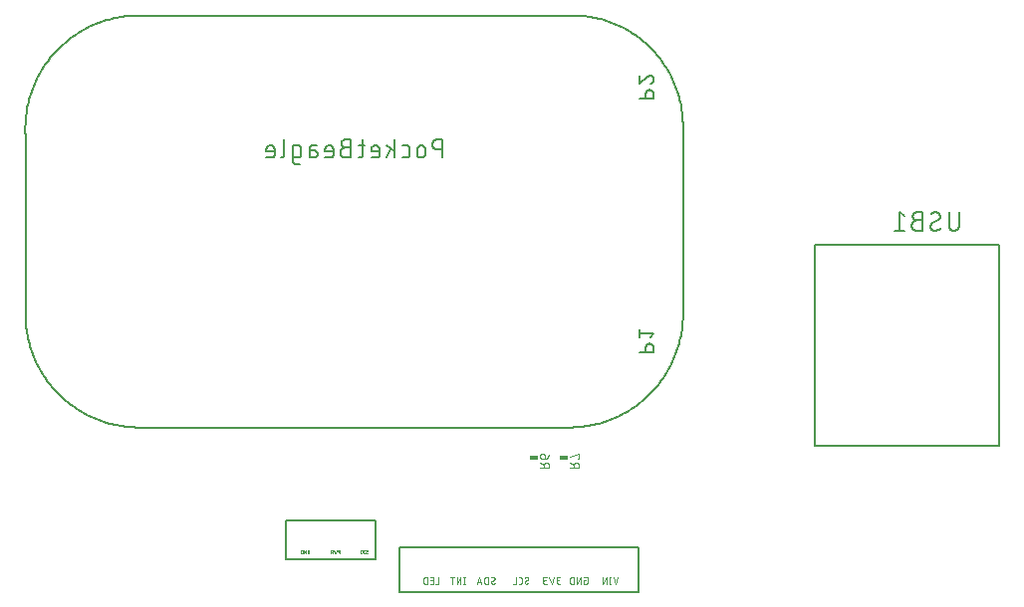
<source format=gbr>
G04 EAGLE Gerber RS-274X export*
G75*
%MOMM*%
%FSLAX34Y34*%
%LPD*%
%INSilkscreen Bottom*%
%IPPOS*%
%AMOC8*
5,1,8,0,0,1.08239X$1,22.5*%
G01*
%ADD10C,0.152400*%
%ADD11C,0.203200*%
%ADD12C,0.177800*%
%ADD13C,0.076200*%
%ADD14C,0.050800*%
%ADD15R,0.711200X0.406400*%
%ADD16C,0.025400*%


D10*
X500380Y533400D02*
X134620Y533400D01*
X38100Y629920D02*
X38100Y782320D01*
X134620Y883920D02*
X500380Y883920D01*
X596900Y787400D02*
X596900Y635000D01*
X596900Y787400D02*
X596934Y789680D01*
X596912Y791959D01*
X596836Y794238D01*
X596704Y796514D01*
X596517Y798786D01*
X596275Y801053D01*
X595978Y803314D01*
X595626Y805567D01*
X595220Y807810D01*
X594760Y810043D01*
X594245Y812264D01*
X593677Y814472D01*
X593055Y816665D01*
X592381Y818843D01*
X591654Y821004D01*
X590874Y823147D01*
X590043Y825270D01*
X589161Y827372D01*
X588228Y829452D01*
X587245Y831509D01*
X586212Y833542D01*
X585130Y835549D01*
X584000Y837529D01*
X582822Y839481D01*
X581597Y841404D01*
X580326Y843297D01*
X579010Y845158D01*
X577648Y846987D01*
X576243Y848782D01*
X574794Y850543D01*
X573304Y852268D01*
X571772Y853956D01*
X570199Y855607D01*
X568587Y857219D01*
X566936Y858792D01*
X565248Y860324D01*
X563523Y861814D01*
X561762Y863263D01*
X559967Y864668D01*
X558138Y866030D01*
X556277Y867346D01*
X554384Y868617D01*
X552461Y869842D01*
X550509Y871020D01*
X548529Y872150D01*
X546522Y873232D01*
X544489Y874265D01*
X542432Y875248D01*
X540352Y876181D01*
X538250Y877063D01*
X536127Y877894D01*
X533984Y878674D01*
X531823Y879401D01*
X529645Y880075D01*
X527452Y880697D01*
X525244Y881265D01*
X523023Y881780D01*
X520790Y882240D01*
X518547Y882646D01*
X516294Y882998D01*
X514033Y883295D01*
X511766Y883537D01*
X509494Y883724D01*
X507218Y883856D01*
X504939Y883932D01*
X502660Y883954D01*
X500380Y883920D01*
X596900Y635000D02*
X596993Y632662D01*
X597029Y630322D01*
X597009Y627982D01*
X596932Y625643D01*
X596799Y623307D01*
X596609Y620974D01*
X596362Y618647D01*
X596059Y616326D01*
X595700Y614014D01*
X595285Y611711D01*
X594814Y609418D01*
X594288Y607138D01*
X593707Y604871D01*
X593072Y602619D01*
X592381Y600383D01*
X591637Y598164D01*
X590839Y595964D01*
X589988Y593784D01*
X589085Y591625D01*
X588130Y589489D01*
X587123Y587376D01*
X586065Y585289D01*
X584957Y583228D01*
X583799Y581194D01*
X582593Y579189D01*
X581338Y577213D01*
X580036Y575269D01*
X578687Y573357D01*
X577292Y571478D01*
X575852Y569633D01*
X574367Y567824D01*
X572840Y566051D01*
X571269Y564316D01*
X569657Y562619D01*
X568005Y560962D01*
X566313Y559346D01*
X564582Y557771D01*
X562814Y556238D01*
X561009Y554748D01*
X559168Y553303D01*
X557293Y551903D01*
X555385Y550549D01*
X553444Y549241D01*
X551472Y547980D01*
X549470Y546768D01*
X547440Y545605D01*
X545382Y544491D01*
X543297Y543427D01*
X541187Y542415D01*
X539054Y541453D01*
X536898Y540544D01*
X534720Y539687D01*
X532522Y538883D01*
X530306Y538132D01*
X528071Y537436D01*
X525821Y536794D01*
X523556Y536206D01*
X521277Y535674D01*
X518986Y535197D01*
X516684Y534775D01*
X514372Y534410D01*
X512053Y534100D01*
X509726Y533847D01*
X507394Y533650D01*
X505058Y533510D01*
X502720Y533427D01*
X500380Y533400D01*
X134620Y533400D02*
X132288Y533428D01*
X129957Y533513D01*
X127629Y533654D01*
X125304Y533851D01*
X122986Y534104D01*
X120674Y534413D01*
X118370Y534778D01*
X116076Y535198D01*
X113793Y535674D01*
X111521Y536205D01*
X109263Y536790D01*
X107021Y537430D01*
X104794Y538124D01*
X102584Y538872D01*
X100394Y539672D01*
X98223Y540526D01*
X96073Y541431D01*
X93946Y542388D01*
X91843Y543397D01*
X89765Y544456D01*
X87713Y545565D01*
X85688Y546723D01*
X83692Y547929D01*
X81726Y549184D01*
X79790Y550486D01*
X77887Y551834D01*
X76017Y553227D01*
X74181Y554666D01*
X72380Y556148D01*
X70615Y557674D01*
X68888Y559241D01*
X67200Y560850D01*
X65550Y562500D01*
X63941Y564188D01*
X62374Y565915D01*
X60848Y567680D01*
X59366Y569481D01*
X57927Y571317D01*
X56534Y573187D01*
X55186Y575090D01*
X53884Y577026D01*
X52629Y578992D01*
X51423Y580988D01*
X50265Y583013D01*
X49156Y585065D01*
X48097Y587143D01*
X47088Y589246D01*
X46131Y591373D01*
X45226Y593523D01*
X44372Y595694D01*
X43572Y597884D01*
X42824Y600094D01*
X42130Y602321D01*
X41490Y604563D01*
X40905Y606821D01*
X40374Y609093D01*
X39898Y611376D01*
X39478Y613670D01*
X39113Y615974D01*
X38804Y618286D01*
X38551Y620604D01*
X38354Y622929D01*
X38213Y625257D01*
X38128Y627588D01*
X38100Y629920D01*
X38100Y782320D02*
X38007Y784658D01*
X37971Y786998D01*
X37991Y789338D01*
X38068Y791677D01*
X38201Y794013D01*
X38391Y796346D01*
X38638Y798673D01*
X38941Y800994D01*
X39300Y803306D01*
X39715Y805609D01*
X40186Y807902D01*
X40712Y810182D01*
X41293Y812449D01*
X41928Y814701D01*
X42619Y816937D01*
X43363Y819156D01*
X44161Y821356D01*
X45012Y823536D01*
X45915Y825695D01*
X46870Y827831D01*
X47877Y829944D01*
X48935Y832031D01*
X50043Y834092D01*
X51201Y836126D01*
X52407Y838131D01*
X53662Y840107D01*
X54964Y842051D01*
X56313Y843963D01*
X57708Y845842D01*
X59148Y847687D01*
X60633Y849496D01*
X62160Y851269D01*
X63731Y853004D01*
X65343Y854701D01*
X66995Y856358D01*
X68687Y857974D01*
X70418Y859549D01*
X72186Y861082D01*
X73991Y862572D01*
X75832Y864017D01*
X77707Y865417D01*
X79615Y866771D01*
X81556Y868079D01*
X83528Y869340D01*
X85530Y870552D01*
X87560Y871715D01*
X89618Y872829D01*
X91703Y873893D01*
X93813Y874905D01*
X95946Y875867D01*
X98102Y876776D01*
X100280Y877633D01*
X102478Y878437D01*
X104694Y879188D01*
X106929Y879884D01*
X109179Y880526D01*
X111444Y881114D01*
X113723Y881646D01*
X116014Y882123D01*
X118316Y882545D01*
X120628Y882910D01*
X122947Y883220D01*
X125274Y883473D01*
X127606Y883670D01*
X129942Y883810D01*
X132280Y883893D01*
X134620Y883920D01*
D11*
X392684Y778764D02*
X392684Y763016D01*
X392684Y778764D02*
X388310Y778764D01*
X388179Y778762D01*
X388048Y778756D01*
X387918Y778746D01*
X387788Y778733D01*
X387658Y778715D01*
X387529Y778694D01*
X387401Y778668D01*
X387273Y778639D01*
X387146Y778606D01*
X387021Y778570D01*
X386896Y778529D01*
X386773Y778485D01*
X386651Y778437D01*
X386531Y778386D01*
X386412Y778331D01*
X386295Y778272D01*
X386180Y778210D01*
X386067Y778145D01*
X385955Y778076D01*
X385846Y778004D01*
X385739Y777929D01*
X385634Y777850D01*
X385532Y777769D01*
X385432Y777684D01*
X385335Y777596D01*
X385240Y777506D01*
X385148Y777413D01*
X385059Y777317D01*
X384973Y777218D01*
X384890Y777117D01*
X384810Y777014D01*
X384733Y776908D01*
X384660Y776800D01*
X384589Y776689D01*
X384522Y776577D01*
X384458Y776463D01*
X384398Y776347D01*
X384341Y776229D01*
X384288Y776109D01*
X384238Y775988D01*
X384192Y775865D01*
X384150Y775742D01*
X384112Y775617D01*
X384077Y775490D01*
X384046Y775363D01*
X384018Y775235D01*
X383995Y775107D01*
X383976Y774977D01*
X383960Y774847D01*
X383948Y774717D01*
X383940Y774586D01*
X383936Y774455D01*
X383936Y774325D01*
X383940Y774194D01*
X383948Y774063D01*
X383960Y773933D01*
X383976Y773803D01*
X383995Y773673D01*
X384018Y773545D01*
X384046Y773417D01*
X384077Y773290D01*
X384112Y773163D01*
X384150Y773038D01*
X384192Y772915D01*
X384238Y772792D01*
X384288Y772671D01*
X384341Y772551D01*
X384398Y772433D01*
X384458Y772317D01*
X384522Y772203D01*
X384589Y772091D01*
X384660Y771980D01*
X384733Y771872D01*
X384810Y771766D01*
X384890Y771663D01*
X384973Y771562D01*
X385059Y771463D01*
X385148Y771367D01*
X385240Y771274D01*
X385335Y771184D01*
X385432Y771096D01*
X385532Y771011D01*
X385634Y770930D01*
X385739Y770851D01*
X385846Y770776D01*
X385955Y770704D01*
X386067Y770635D01*
X386180Y770570D01*
X386295Y770508D01*
X386412Y770449D01*
X386531Y770394D01*
X386651Y770343D01*
X386773Y770295D01*
X386896Y770251D01*
X387021Y770210D01*
X387146Y770174D01*
X387273Y770141D01*
X387401Y770112D01*
X387529Y770086D01*
X387658Y770065D01*
X387788Y770047D01*
X387918Y770034D01*
X388048Y770024D01*
X388179Y770018D01*
X388310Y770016D01*
X388310Y770015D02*
X392684Y770015D01*
X377995Y770015D02*
X377995Y766516D01*
X377995Y770015D02*
X377993Y770133D01*
X377987Y770251D01*
X377977Y770369D01*
X377963Y770486D01*
X377945Y770603D01*
X377923Y770720D01*
X377898Y770835D01*
X377868Y770949D01*
X377834Y771063D01*
X377797Y771175D01*
X377756Y771286D01*
X377711Y771395D01*
X377663Y771503D01*
X377611Y771609D01*
X377555Y771714D01*
X377496Y771816D01*
X377434Y771916D01*
X377368Y772014D01*
X377299Y772110D01*
X377226Y772204D01*
X377151Y772295D01*
X377072Y772383D01*
X376991Y772469D01*
X376906Y772552D01*
X376819Y772632D01*
X376730Y772709D01*
X376637Y772783D01*
X376543Y772853D01*
X376446Y772921D01*
X376346Y772985D01*
X376245Y773046D01*
X376142Y773103D01*
X376036Y773157D01*
X375929Y773208D01*
X375821Y773254D01*
X375711Y773297D01*
X375599Y773336D01*
X375486Y773372D01*
X375372Y773403D01*
X375257Y773431D01*
X375142Y773455D01*
X375025Y773475D01*
X374908Y773491D01*
X374790Y773503D01*
X374672Y773511D01*
X374554Y773515D01*
X374436Y773515D01*
X374318Y773511D01*
X374200Y773503D01*
X374082Y773491D01*
X373965Y773475D01*
X373848Y773455D01*
X373733Y773431D01*
X373618Y773403D01*
X373504Y773372D01*
X373391Y773336D01*
X373279Y773297D01*
X373169Y773254D01*
X373061Y773208D01*
X372954Y773157D01*
X372848Y773103D01*
X372745Y773046D01*
X372644Y772985D01*
X372544Y772921D01*
X372447Y772853D01*
X372353Y772783D01*
X372260Y772709D01*
X372171Y772632D01*
X372084Y772552D01*
X371999Y772469D01*
X371918Y772383D01*
X371839Y772295D01*
X371764Y772204D01*
X371691Y772110D01*
X371622Y772014D01*
X371556Y771916D01*
X371494Y771816D01*
X371435Y771714D01*
X371379Y771609D01*
X371327Y771503D01*
X371279Y771395D01*
X371234Y771286D01*
X371193Y771175D01*
X371156Y771063D01*
X371122Y770949D01*
X371092Y770835D01*
X371067Y770720D01*
X371045Y770603D01*
X371027Y770486D01*
X371013Y770369D01*
X371003Y770251D01*
X370997Y770133D01*
X370995Y770015D01*
X370996Y770015D02*
X370996Y766516D01*
X370995Y766516D02*
X370997Y766398D01*
X371003Y766280D01*
X371013Y766162D01*
X371027Y766045D01*
X371045Y765928D01*
X371067Y765811D01*
X371092Y765696D01*
X371122Y765582D01*
X371156Y765468D01*
X371193Y765356D01*
X371234Y765245D01*
X371279Y765136D01*
X371327Y765028D01*
X371379Y764922D01*
X371435Y764817D01*
X371494Y764715D01*
X371556Y764615D01*
X371622Y764517D01*
X371691Y764421D01*
X371764Y764327D01*
X371839Y764236D01*
X371918Y764148D01*
X371999Y764062D01*
X372084Y763979D01*
X372171Y763899D01*
X372260Y763822D01*
X372353Y763748D01*
X372447Y763678D01*
X372544Y763610D01*
X372644Y763546D01*
X372745Y763485D01*
X372848Y763428D01*
X372954Y763374D01*
X373061Y763323D01*
X373169Y763277D01*
X373279Y763234D01*
X373391Y763195D01*
X373504Y763159D01*
X373618Y763128D01*
X373733Y763100D01*
X373848Y763076D01*
X373965Y763056D01*
X374082Y763040D01*
X374200Y763028D01*
X374318Y763020D01*
X374436Y763016D01*
X374554Y763016D01*
X374672Y763020D01*
X374790Y763028D01*
X374908Y763040D01*
X375025Y763056D01*
X375142Y763076D01*
X375257Y763100D01*
X375372Y763128D01*
X375486Y763159D01*
X375599Y763195D01*
X375711Y763234D01*
X375821Y763277D01*
X375929Y763323D01*
X376036Y763374D01*
X376142Y763428D01*
X376245Y763485D01*
X376346Y763546D01*
X376446Y763610D01*
X376543Y763678D01*
X376637Y763748D01*
X376730Y763822D01*
X376819Y763899D01*
X376906Y763979D01*
X376991Y764062D01*
X377072Y764148D01*
X377151Y764236D01*
X377226Y764327D01*
X377299Y764421D01*
X377368Y764517D01*
X377434Y764615D01*
X377496Y764715D01*
X377555Y764817D01*
X377611Y764922D01*
X377663Y765028D01*
X377711Y765136D01*
X377756Y765245D01*
X377797Y765356D01*
X377834Y765468D01*
X377868Y765582D01*
X377898Y765696D01*
X377923Y765811D01*
X377945Y765928D01*
X377963Y766045D01*
X377977Y766162D01*
X377987Y766280D01*
X377993Y766398D01*
X377995Y766516D01*
X361802Y763016D02*
X358302Y763016D01*
X361802Y763016D02*
X361903Y763018D01*
X362003Y763024D01*
X362103Y763033D01*
X362203Y763047D01*
X362302Y763064D01*
X362400Y763085D01*
X362498Y763110D01*
X362594Y763138D01*
X362689Y763171D01*
X362783Y763206D01*
X362876Y763246D01*
X362967Y763289D01*
X363056Y763335D01*
X363143Y763385D01*
X363229Y763438D01*
X363312Y763494D01*
X363393Y763553D01*
X363472Y763616D01*
X363548Y763681D01*
X363622Y763750D01*
X363693Y763821D01*
X363762Y763895D01*
X363827Y763971D01*
X363890Y764050D01*
X363949Y764131D01*
X364005Y764214D01*
X364058Y764300D01*
X364108Y764387D01*
X364154Y764476D01*
X364197Y764567D01*
X364237Y764660D01*
X364273Y764754D01*
X364305Y764849D01*
X364333Y764945D01*
X364358Y765043D01*
X364379Y765141D01*
X364396Y765240D01*
X364410Y765340D01*
X364419Y765440D01*
X364425Y765540D01*
X364427Y765641D01*
X364427Y770890D01*
X364425Y770991D01*
X364419Y771091D01*
X364410Y771191D01*
X364396Y771291D01*
X364379Y771390D01*
X364358Y771488D01*
X364333Y771586D01*
X364305Y771682D01*
X364272Y771777D01*
X364237Y771871D01*
X364197Y771964D01*
X364154Y772055D01*
X364108Y772144D01*
X364058Y772231D01*
X364005Y772317D01*
X363949Y772400D01*
X363890Y772481D01*
X363827Y772560D01*
X363762Y772636D01*
X363693Y772710D01*
X363622Y772781D01*
X363548Y772850D01*
X363472Y772915D01*
X363393Y772978D01*
X363312Y773037D01*
X363229Y773093D01*
X363143Y773146D01*
X363056Y773196D01*
X362967Y773242D01*
X362876Y773285D01*
X362783Y773325D01*
X362689Y773360D01*
X362594Y773393D01*
X362498Y773421D01*
X362400Y773446D01*
X362302Y773467D01*
X362203Y773484D01*
X362103Y773498D01*
X362003Y773507D01*
X361903Y773513D01*
X361802Y773515D01*
X358302Y773515D01*
X351740Y778764D02*
X351740Y763016D01*
X351740Y768265D02*
X344741Y773515D01*
X348678Y770453D02*
X344741Y763016D01*
X336292Y763016D02*
X331918Y763016D01*
X336292Y763016D02*
X336393Y763018D01*
X336493Y763024D01*
X336593Y763033D01*
X336693Y763047D01*
X336792Y763064D01*
X336890Y763085D01*
X336988Y763110D01*
X337084Y763138D01*
X337179Y763171D01*
X337273Y763206D01*
X337366Y763246D01*
X337457Y763289D01*
X337546Y763335D01*
X337633Y763385D01*
X337719Y763438D01*
X337802Y763494D01*
X337883Y763553D01*
X337962Y763616D01*
X338038Y763681D01*
X338112Y763750D01*
X338183Y763821D01*
X338252Y763895D01*
X338317Y763971D01*
X338380Y764050D01*
X338439Y764131D01*
X338495Y764214D01*
X338548Y764300D01*
X338598Y764387D01*
X338644Y764476D01*
X338687Y764567D01*
X338727Y764660D01*
X338763Y764754D01*
X338795Y764849D01*
X338823Y764945D01*
X338848Y765043D01*
X338869Y765141D01*
X338886Y765240D01*
X338900Y765340D01*
X338909Y765440D01*
X338915Y765540D01*
X338917Y765641D01*
X338917Y770015D01*
X338915Y770133D01*
X338909Y770251D01*
X338899Y770369D01*
X338885Y770486D01*
X338867Y770603D01*
X338845Y770720D01*
X338820Y770835D01*
X338790Y770949D01*
X338756Y771063D01*
X338719Y771175D01*
X338678Y771286D01*
X338633Y771395D01*
X338585Y771503D01*
X338533Y771609D01*
X338477Y771714D01*
X338418Y771816D01*
X338356Y771916D01*
X338290Y772014D01*
X338221Y772110D01*
X338148Y772204D01*
X338073Y772295D01*
X337994Y772383D01*
X337913Y772469D01*
X337828Y772552D01*
X337741Y772632D01*
X337652Y772709D01*
X337559Y772783D01*
X337465Y772853D01*
X337368Y772921D01*
X337268Y772985D01*
X337167Y773046D01*
X337064Y773103D01*
X336958Y773157D01*
X336851Y773208D01*
X336743Y773254D01*
X336633Y773297D01*
X336521Y773336D01*
X336408Y773372D01*
X336294Y773403D01*
X336179Y773431D01*
X336064Y773455D01*
X335947Y773475D01*
X335830Y773491D01*
X335712Y773503D01*
X335594Y773511D01*
X335476Y773515D01*
X335358Y773515D01*
X335240Y773511D01*
X335122Y773503D01*
X335004Y773491D01*
X334887Y773475D01*
X334770Y773455D01*
X334655Y773431D01*
X334540Y773403D01*
X334426Y773372D01*
X334313Y773336D01*
X334201Y773297D01*
X334091Y773254D01*
X333983Y773208D01*
X333876Y773157D01*
X333770Y773103D01*
X333667Y773046D01*
X333566Y772985D01*
X333466Y772921D01*
X333369Y772853D01*
X333275Y772783D01*
X333182Y772709D01*
X333093Y772632D01*
X333006Y772552D01*
X332921Y772469D01*
X332840Y772383D01*
X332761Y772295D01*
X332686Y772204D01*
X332613Y772110D01*
X332544Y772014D01*
X332478Y771916D01*
X332416Y771816D01*
X332357Y771714D01*
X332301Y771609D01*
X332249Y771503D01*
X332201Y771395D01*
X332156Y771286D01*
X332115Y771175D01*
X332078Y771063D01*
X332044Y770949D01*
X332014Y770835D01*
X331989Y770720D01*
X331967Y770603D01*
X331949Y770486D01*
X331935Y770369D01*
X331925Y770251D01*
X331919Y770133D01*
X331917Y770015D01*
X331918Y770015D02*
X331918Y768265D01*
X338917Y768265D01*
X326719Y773515D02*
X321469Y773515D01*
X324969Y778764D02*
X324969Y765641D01*
X324967Y765540D01*
X324961Y765440D01*
X324952Y765340D01*
X324938Y765240D01*
X324921Y765141D01*
X324900Y765043D01*
X324875Y764945D01*
X324847Y764849D01*
X324814Y764754D01*
X324779Y764660D01*
X324739Y764567D01*
X324696Y764476D01*
X324650Y764387D01*
X324600Y764300D01*
X324547Y764214D01*
X324491Y764131D01*
X324432Y764050D01*
X324369Y763971D01*
X324304Y763895D01*
X324235Y763821D01*
X324164Y763750D01*
X324090Y763681D01*
X324014Y763616D01*
X323935Y763553D01*
X323854Y763494D01*
X323771Y763438D01*
X323685Y763385D01*
X323598Y763335D01*
X323509Y763289D01*
X323418Y763246D01*
X323325Y763206D01*
X323231Y763170D01*
X323136Y763138D01*
X323040Y763110D01*
X322942Y763085D01*
X322844Y763064D01*
X322745Y763047D01*
X322645Y763033D01*
X322545Y763024D01*
X322445Y763018D01*
X322344Y763016D01*
X321469Y763016D01*
X314528Y771765D02*
X310153Y771765D01*
X310153Y771764D02*
X310022Y771762D01*
X309891Y771756D01*
X309761Y771746D01*
X309631Y771733D01*
X309501Y771715D01*
X309372Y771694D01*
X309244Y771668D01*
X309116Y771639D01*
X308989Y771606D01*
X308864Y771570D01*
X308739Y771529D01*
X308616Y771485D01*
X308494Y771437D01*
X308374Y771386D01*
X308255Y771331D01*
X308138Y771272D01*
X308023Y771210D01*
X307910Y771145D01*
X307798Y771076D01*
X307689Y771004D01*
X307582Y770929D01*
X307477Y770850D01*
X307375Y770769D01*
X307275Y770684D01*
X307178Y770596D01*
X307083Y770506D01*
X306991Y770413D01*
X306902Y770317D01*
X306816Y770218D01*
X306733Y770117D01*
X306653Y770014D01*
X306576Y769908D01*
X306503Y769800D01*
X306432Y769689D01*
X306365Y769577D01*
X306301Y769463D01*
X306241Y769347D01*
X306184Y769229D01*
X306131Y769109D01*
X306081Y768988D01*
X306035Y768865D01*
X305993Y768742D01*
X305955Y768617D01*
X305920Y768490D01*
X305889Y768363D01*
X305861Y768235D01*
X305838Y768107D01*
X305819Y767977D01*
X305803Y767847D01*
X305791Y767717D01*
X305783Y767586D01*
X305779Y767455D01*
X305779Y767325D01*
X305783Y767194D01*
X305791Y767063D01*
X305803Y766933D01*
X305819Y766803D01*
X305838Y766673D01*
X305861Y766545D01*
X305889Y766417D01*
X305920Y766290D01*
X305955Y766163D01*
X305993Y766038D01*
X306035Y765915D01*
X306081Y765792D01*
X306131Y765671D01*
X306184Y765551D01*
X306241Y765433D01*
X306301Y765317D01*
X306365Y765203D01*
X306432Y765091D01*
X306503Y764980D01*
X306576Y764872D01*
X306653Y764766D01*
X306733Y764663D01*
X306816Y764562D01*
X306902Y764463D01*
X306991Y764367D01*
X307083Y764274D01*
X307178Y764184D01*
X307275Y764096D01*
X307375Y764011D01*
X307477Y763930D01*
X307582Y763851D01*
X307689Y763776D01*
X307798Y763704D01*
X307910Y763635D01*
X308023Y763570D01*
X308138Y763508D01*
X308255Y763449D01*
X308374Y763394D01*
X308494Y763343D01*
X308616Y763295D01*
X308739Y763251D01*
X308864Y763210D01*
X308989Y763174D01*
X309116Y763141D01*
X309244Y763112D01*
X309372Y763086D01*
X309501Y763065D01*
X309631Y763047D01*
X309761Y763034D01*
X309891Y763024D01*
X310022Y763018D01*
X310153Y763016D01*
X314528Y763016D01*
X314528Y778764D01*
X310153Y778764D01*
X310035Y778762D01*
X309917Y778756D01*
X309799Y778746D01*
X309682Y778732D01*
X309565Y778714D01*
X309448Y778692D01*
X309333Y778667D01*
X309219Y778637D01*
X309105Y778603D01*
X308993Y778566D01*
X308882Y778525D01*
X308773Y778480D01*
X308665Y778432D01*
X308559Y778380D01*
X308454Y778324D01*
X308352Y778265D01*
X308252Y778203D01*
X308154Y778137D01*
X308058Y778068D01*
X307964Y777995D01*
X307873Y777920D01*
X307785Y777841D01*
X307699Y777760D01*
X307616Y777675D01*
X307536Y777588D01*
X307459Y777499D01*
X307385Y777406D01*
X307315Y777312D01*
X307247Y777215D01*
X307183Y777115D01*
X307122Y777014D01*
X307065Y776911D01*
X307011Y776805D01*
X306960Y776698D01*
X306914Y776590D01*
X306871Y776480D01*
X306832Y776368D01*
X306796Y776255D01*
X306765Y776141D01*
X306737Y776026D01*
X306713Y775911D01*
X306693Y775794D01*
X306677Y775677D01*
X306665Y775559D01*
X306657Y775441D01*
X306653Y775323D01*
X306653Y775205D01*
X306657Y775087D01*
X306665Y774969D01*
X306677Y774851D01*
X306693Y774734D01*
X306713Y774617D01*
X306737Y774502D01*
X306765Y774387D01*
X306796Y774273D01*
X306832Y774160D01*
X306871Y774048D01*
X306914Y773938D01*
X306960Y773830D01*
X307011Y773723D01*
X307065Y773617D01*
X307122Y773514D01*
X307183Y773413D01*
X307247Y773313D01*
X307315Y773216D01*
X307385Y773122D01*
X307459Y773029D01*
X307536Y772940D01*
X307616Y772853D01*
X307699Y772768D01*
X307785Y772687D01*
X307873Y772608D01*
X307964Y772533D01*
X308058Y772460D01*
X308154Y772391D01*
X308252Y772325D01*
X308352Y772263D01*
X308454Y772204D01*
X308559Y772148D01*
X308665Y772096D01*
X308773Y772048D01*
X308882Y772003D01*
X308993Y771962D01*
X309105Y771925D01*
X309219Y771891D01*
X309333Y771861D01*
X309448Y771836D01*
X309565Y771814D01*
X309682Y771796D01*
X309799Y771782D01*
X309917Y771772D01*
X310035Y771766D01*
X310153Y771764D01*
X297214Y763016D02*
X292840Y763016D01*
X297214Y763016D02*
X297315Y763018D01*
X297415Y763024D01*
X297515Y763033D01*
X297615Y763047D01*
X297714Y763064D01*
X297812Y763085D01*
X297910Y763110D01*
X298006Y763138D01*
X298101Y763171D01*
X298195Y763206D01*
X298288Y763246D01*
X298379Y763289D01*
X298468Y763335D01*
X298555Y763385D01*
X298641Y763438D01*
X298724Y763494D01*
X298805Y763553D01*
X298884Y763616D01*
X298960Y763681D01*
X299034Y763750D01*
X299105Y763821D01*
X299174Y763895D01*
X299239Y763971D01*
X299302Y764050D01*
X299361Y764131D01*
X299417Y764214D01*
X299470Y764300D01*
X299520Y764387D01*
X299566Y764476D01*
X299609Y764567D01*
X299649Y764660D01*
X299685Y764754D01*
X299717Y764849D01*
X299745Y764945D01*
X299770Y765043D01*
X299791Y765141D01*
X299808Y765240D01*
X299822Y765340D01*
X299831Y765440D01*
X299837Y765540D01*
X299839Y765641D01*
X299839Y770015D01*
X299837Y770133D01*
X299831Y770251D01*
X299821Y770369D01*
X299807Y770486D01*
X299789Y770603D01*
X299767Y770720D01*
X299742Y770835D01*
X299712Y770949D01*
X299678Y771063D01*
X299641Y771175D01*
X299600Y771286D01*
X299555Y771395D01*
X299507Y771503D01*
X299455Y771609D01*
X299399Y771714D01*
X299340Y771816D01*
X299278Y771916D01*
X299212Y772014D01*
X299143Y772110D01*
X299070Y772204D01*
X298995Y772295D01*
X298916Y772383D01*
X298835Y772469D01*
X298750Y772552D01*
X298663Y772632D01*
X298574Y772709D01*
X298481Y772783D01*
X298387Y772853D01*
X298290Y772921D01*
X298190Y772985D01*
X298089Y773046D01*
X297986Y773103D01*
X297880Y773157D01*
X297773Y773208D01*
X297665Y773254D01*
X297555Y773297D01*
X297443Y773336D01*
X297330Y773372D01*
X297216Y773403D01*
X297101Y773431D01*
X296986Y773455D01*
X296869Y773475D01*
X296752Y773491D01*
X296634Y773503D01*
X296516Y773511D01*
X296398Y773515D01*
X296280Y773515D01*
X296162Y773511D01*
X296044Y773503D01*
X295926Y773491D01*
X295809Y773475D01*
X295692Y773455D01*
X295577Y773431D01*
X295462Y773403D01*
X295348Y773372D01*
X295235Y773336D01*
X295123Y773297D01*
X295013Y773254D01*
X294905Y773208D01*
X294798Y773157D01*
X294692Y773103D01*
X294589Y773046D01*
X294488Y772985D01*
X294388Y772921D01*
X294291Y772853D01*
X294197Y772783D01*
X294104Y772709D01*
X294015Y772632D01*
X293928Y772552D01*
X293843Y772469D01*
X293762Y772383D01*
X293683Y772295D01*
X293608Y772204D01*
X293535Y772110D01*
X293466Y772014D01*
X293400Y771916D01*
X293338Y771816D01*
X293279Y771714D01*
X293223Y771609D01*
X293171Y771503D01*
X293123Y771395D01*
X293078Y771286D01*
X293037Y771175D01*
X293000Y771063D01*
X292966Y770949D01*
X292936Y770835D01*
X292911Y770720D01*
X292889Y770603D01*
X292871Y770486D01*
X292857Y770369D01*
X292847Y770251D01*
X292841Y770133D01*
X292839Y770015D01*
X292840Y770015D02*
X292840Y768265D01*
X299839Y768265D01*
X283318Y769140D02*
X279381Y769140D01*
X283318Y769140D02*
X283427Y769138D01*
X283536Y769132D01*
X283645Y769122D01*
X283754Y769109D01*
X283862Y769091D01*
X283969Y769070D01*
X284075Y769045D01*
X284181Y769016D01*
X284285Y768983D01*
X284388Y768947D01*
X284490Y768907D01*
X284590Y768863D01*
X284689Y768816D01*
X284785Y768765D01*
X284880Y768711D01*
X284973Y768654D01*
X285064Y768593D01*
X285153Y768529D01*
X285239Y768462D01*
X285323Y768392D01*
X285405Y768319D01*
X285483Y768243D01*
X285559Y768165D01*
X285632Y768083D01*
X285702Y767999D01*
X285769Y767913D01*
X285833Y767824D01*
X285894Y767733D01*
X285951Y767640D01*
X286005Y767545D01*
X286056Y767449D01*
X286103Y767350D01*
X286147Y767250D01*
X286187Y767148D01*
X286223Y767045D01*
X286256Y766941D01*
X286285Y766835D01*
X286310Y766729D01*
X286331Y766622D01*
X286349Y766514D01*
X286362Y766405D01*
X286372Y766296D01*
X286378Y766187D01*
X286380Y766078D01*
X286378Y765969D01*
X286372Y765860D01*
X286362Y765751D01*
X286349Y765642D01*
X286331Y765534D01*
X286310Y765427D01*
X286285Y765321D01*
X286256Y765215D01*
X286223Y765111D01*
X286187Y765008D01*
X286147Y764906D01*
X286103Y764806D01*
X286056Y764707D01*
X286005Y764611D01*
X285951Y764516D01*
X285894Y764423D01*
X285833Y764332D01*
X285769Y764243D01*
X285702Y764157D01*
X285632Y764073D01*
X285559Y763991D01*
X285483Y763913D01*
X285405Y763837D01*
X285323Y763764D01*
X285239Y763694D01*
X285153Y763627D01*
X285064Y763563D01*
X284973Y763502D01*
X284880Y763445D01*
X284785Y763391D01*
X284689Y763340D01*
X284590Y763293D01*
X284490Y763249D01*
X284388Y763209D01*
X284285Y763173D01*
X284181Y763140D01*
X284075Y763111D01*
X283969Y763086D01*
X283862Y763065D01*
X283754Y763047D01*
X283645Y763034D01*
X283536Y763024D01*
X283427Y763018D01*
X283318Y763016D01*
X279381Y763016D01*
X279381Y770890D01*
X279380Y770890D02*
X279382Y770991D01*
X279388Y771091D01*
X279397Y771191D01*
X279411Y771291D01*
X279428Y771390D01*
X279449Y771488D01*
X279474Y771586D01*
X279502Y771682D01*
X279535Y771777D01*
X279570Y771871D01*
X279610Y771964D01*
X279653Y772055D01*
X279699Y772144D01*
X279749Y772231D01*
X279802Y772317D01*
X279858Y772400D01*
X279917Y772481D01*
X279980Y772560D01*
X280045Y772636D01*
X280114Y772710D01*
X280185Y772781D01*
X280259Y772850D01*
X280335Y772915D01*
X280414Y772978D01*
X280495Y773037D01*
X280578Y773093D01*
X280664Y773146D01*
X280751Y773196D01*
X280840Y773242D01*
X280931Y773285D01*
X281024Y773325D01*
X281118Y773361D01*
X281213Y773393D01*
X281309Y773421D01*
X281407Y773446D01*
X281505Y773467D01*
X281604Y773484D01*
X281704Y773498D01*
X281804Y773507D01*
X281904Y773513D01*
X282005Y773515D01*
X285505Y773515D01*
X269687Y763016D02*
X265313Y763016D01*
X269687Y763016D02*
X269788Y763018D01*
X269888Y763024D01*
X269988Y763033D01*
X270088Y763047D01*
X270187Y763064D01*
X270285Y763085D01*
X270383Y763110D01*
X270479Y763138D01*
X270574Y763171D01*
X270668Y763206D01*
X270761Y763246D01*
X270852Y763289D01*
X270941Y763335D01*
X271028Y763385D01*
X271114Y763438D01*
X271197Y763494D01*
X271278Y763553D01*
X271357Y763616D01*
X271433Y763681D01*
X271507Y763750D01*
X271578Y763821D01*
X271647Y763895D01*
X271712Y763971D01*
X271775Y764050D01*
X271834Y764131D01*
X271890Y764214D01*
X271943Y764300D01*
X271993Y764387D01*
X272039Y764476D01*
X272082Y764567D01*
X272122Y764660D01*
X272158Y764754D01*
X272190Y764849D01*
X272218Y764945D01*
X272243Y765043D01*
X272264Y765141D01*
X272281Y765240D01*
X272295Y765340D01*
X272304Y765440D01*
X272310Y765540D01*
X272312Y765641D01*
X272312Y770890D01*
X272310Y770991D01*
X272304Y771091D01*
X272295Y771191D01*
X272281Y771291D01*
X272264Y771390D01*
X272243Y771488D01*
X272218Y771586D01*
X272190Y771682D01*
X272157Y771777D01*
X272122Y771871D01*
X272082Y771964D01*
X272039Y772055D01*
X271993Y772144D01*
X271943Y772231D01*
X271890Y772317D01*
X271834Y772400D01*
X271775Y772481D01*
X271712Y772560D01*
X271647Y772636D01*
X271578Y772710D01*
X271507Y772781D01*
X271433Y772850D01*
X271357Y772915D01*
X271278Y772978D01*
X271197Y773037D01*
X271114Y773093D01*
X271028Y773146D01*
X270941Y773196D01*
X270852Y773242D01*
X270761Y773285D01*
X270668Y773325D01*
X270574Y773360D01*
X270479Y773393D01*
X270383Y773421D01*
X270285Y773446D01*
X270187Y773467D01*
X270088Y773484D01*
X269988Y773498D01*
X269888Y773507D01*
X269788Y773513D01*
X269687Y773515D01*
X265313Y773515D01*
X265313Y760391D01*
X265312Y760391D02*
X265314Y760290D01*
X265320Y760190D01*
X265329Y760090D01*
X265343Y759990D01*
X265360Y759891D01*
X265381Y759793D01*
X265406Y759695D01*
X265434Y759599D01*
X265467Y759504D01*
X265502Y759410D01*
X265542Y759317D01*
X265585Y759226D01*
X265631Y759137D01*
X265681Y759050D01*
X265734Y758964D01*
X265790Y758881D01*
X265849Y758800D01*
X265912Y758721D01*
X265977Y758645D01*
X266046Y758571D01*
X266117Y758500D01*
X266191Y758431D01*
X266267Y758366D01*
X266346Y758303D01*
X266427Y758244D01*
X266510Y758188D01*
X266596Y758135D01*
X266683Y758085D01*
X266772Y758039D01*
X266863Y757996D01*
X266956Y757956D01*
X267050Y757921D01*
X267145Y757888D01*
X267241Y757860D01*
X267339Y757835D01*
X267437Y757814D01*
X267536Y757797D01*
X267636Y757783D01*
X267736Y757774D01*
X267836Y757768D01*
X267937Y757766D01*
X267937Y757767D02*
X271437Y757767D01*
X257976Y765641D02*
X257976Y778764D01*
X257977Y765641D02*
X257975Y765540D01*
X257969Y765440D01*
X257960Y765340D01*
X257946Y765240D01*
X257929Y765141D01*
X257908Y765043D01*
X257883Y764945D01*
X257855Y764849D01*
X257822Y764754D01*
X257787Y764660D01*
X257747Y764567D01*
X257704Y764476D01*
X257658Y764387D01*
X257608Y764300D01*
X257555Y764214D01*
X257499Y764131D01*
X257440Y764050D01*
X257377Y763971D01*
X257312Y763895D01*
X257243Y763821D01*
X257172Y763750D01*
X257098Y763681D01*
X257022Y763616D01*
X256943Y763553D01*
X256862Y763494D01*
X256779Y763438D01*
X256693Y763385D01*
X256606Y763335D01*
X256517Y763289D01*
X256426Y763246D01*
X256333Y763206D01*
X256239Y763171D01*
X256144Y763138D01*
X256048Y763110D01*
X255950Y763085D01*
X255852Y763064D01*
X255753Y763047D01*
X255653Y763033D01*
X255553Y763024D01*
X255453Y763018D01*
X255352Y763016D01*
X247194Y763016D02*
X242820Y763016D01*
X247194Y763016D02*
X247295Y763018D01*
X247395Y763024D01*
X247495Y763033D01*
X247595Y763047D01*
X247694Y763064D01*
X247792Y763085D01*
X247890Y763110D01*
X247986Y763138D01*
X248081Y763171D01*
X248175Y763206D01*
X248268Y763246D01*
X248359Y763289D01*
X248448Y763335D01*
X248535Y763385D01*
X248621Y763438D01*
X248704Y763494D01*
X248785Y763553D01*
X248864Y763616D01*
X248940Y763681D01*
X249014Y763750D01*
X249085Y763821D01*
X249154Y763895D01*
X249219Y763971D01*
X249282Y764050D01*
X249341Y764131D01*
X249397Y764214D01*
X249450Y764300D01*
X249500Y764387D01*
X249546Y764476D01*
X249589Y764567D01*
X249629Y764660D01*
X249665Y764754D01*
X249697Y764849D01*
X249725Y764945D01*
X249750Y765043D01*
X249771Y765141D01*
X249788Y765240D01*
X249802Y765340D01*
X249811Y765440D01*
X249817Y765540D01*
X249819Y765641D01*
X249819Y770015D01*
X249817Y770133D01*
X249811Y770251D01*
X249801Y770369D01*
X249787Y770486D01*
X249769Y770603D01*
X249747Y770720D01*
X249722Y770835D01*
X249692Y770949D01*
X249658Y771063D01*
X249621Y771175D01*
X249580Y771286D01*
X249535Y771395D01*
X249487Y771503D01*
X249435Y771609D01*
X249379Y771714D01*
X249320Y771816D01*
X249258Y771916D01*
X249192Y772014D01*
X249123Y772110D01*
X249050Y772204D01*
X248975Y772295D01*
X248896Y772383D01*
X248815Y772469D01*
X248730Y772552D01*
X248643Y772632D01*
X248554Y772709D01*
X248461Y772783D01*
X248367Y772853D01*
X248270Y772921D01*
X248170Y772985D01*
X248069Y773046D01*
X247966Y773103D01*
X247860Y773157D01*
X247753Y773208D01*
X247645Y773254D01*
X247535Y773297D01*
X247423Y773336D01*
X247310Y773372D01*
X247196Y773403D01*
X247081Y773431D01*
X246966Y773455D01*
X246849Y773475D01*
X246732Y773491D01*
X246614Y773503D01*
X246496Y773511D01*
X246378Y773515D01*
X246260Y773515D01*
X246142Y773511D01*
X246024Y773503D01*
X245906Y773491D01*
X245789Y773475D01*
X245672Y773455D01*
X245557Y773431D01*
X245442Y773403D01*
X245328Y773372D01*
X245215Y773336D01*
X245103Y773297D01*
X244993Y773254D01*
X244885Y773208D01*
X244778Y773157D01*
X244672Y773103D01*
X244569Y773046D01*
X244468Y772985D01*
X244368Y772921D01*
X244271Y772853D01*
X244177Y772783D01*
X244084Y772709D01*
X243995Y772632D01*
X243908Y772552D01*
X243823Y772469D01*
X243742Y772383D01*
X243663Y772295D01*
X243588Y772204D01*
X243515Y772110D01*
X243446Y772014D01*
X243380Y771916D01*
X243318Y771816D01*
X243259Y771714D01*
X243203Y771609D01*
X243151Y771503D01*
X243103Y771395D01*
X243058Y771286D01*
X243017Y771175D01*
X242980Y771063D01*
X242946Y770949D01*
X242916Y770835D01*
X242891Y770720D01*
X242869Y770603D01*
X242851Y770486D01*
X242837Y770369D01*
X242827Y770251D01*
X242821Y770133D01*
X242819Y770015D01*
X242820Y770015D02*
X242820Y768265D01*
X249819Y768265D01*
D12*
X559689Y597789D02*
X572135Y597789D01*
X572135Y601246D01*
X572133Y601363D01*
X572127Y601479D01*
X572117Y601596D01*
X572103Y601712D01*
X572086Y601827D01*
X572064Y601942D01*
X572039Y602056D01*
X572010Y602169D01*
X571976Y602281D01*
X571940Y602392D01*
X571899Y602501D01*
X571855Y602609D01*
X571807Y602716D01*
X571756Y602821D01*
X571701Y602924D01*
X571642Y603025D01*
X571580Y603124D01*
X571515Y603221D01*
X571447Y603316D01*
X571376Y603408D01*
X571301Y603498D01*
X571223Y603585D01*
X571143Y603670D01*
X571060Y603752D01*
X570974Y603831D01*
X570885Y603907D01*
X570794Y603980D01*
X570701Y604050D01*
X570605Y604116D01*
X570507Y604180D01*
X570407Y604240D01*
X570304Y604297D01*
X570200Y604350D01*
X570095Y604399D01*
X569987Y604445D01*
X569879Y604488D01*
X569768Y604527D01*
X569657Y604561D01*
X569545Y604593D01*
X569431Y604620D01*
X569317Y604644D01*
X569201Y604663D01*
X569086Y604679D01*
X568970Y604691D01*
X568853Y604699D01*
X568736Y604703D01*
X568620Y604703D01*
X568503Y604699D01*
X568386Y604691D01*
X568270Y604679D01*
X568155Y604663D01*
X568039Y604644D01*
X567925Y604620D01*
X567811Y604593D01*
X567699Y604561D01*
X567588Y604527D01*
X567477Y604488D01*
X567369Y604445D01*
X567261Y604399D01*
X567156Y604350D01*
X567052Y604297D01*
X566950Y604240D01*
X566849Y604180D01*
X566751Y604116D01*
X566655Y604050D01*
X566562Y603980D01*
X566471Y603907D01*
X566382Y603831D01*
X566296Y603752D01*
X566213Y603670D01*
X566133Y603585D01*
X566055Y603498D01*
X565980Y603408D01*
X565909Y603316D01*
X565841Y603221D01*
X565776Y603124D01*
X565714Y603025D01*
X565655Y602924D01*
X565600Y602821D01*
X565549Y602716D01*
X565501Y602609D01*
X565457Y602501D01*
X565416Y602392D01*
X565380Y602281D01*
X565346Y602169D01*
X565317Y602056D01*
X565292Y601942D01*
X565270Y601827D01*
X565253Y601712D01*
X565239Y601596D01*
X565229Y601479D01*
X565223Y601363D01*
X565221Y601246D01*
X565221Y597789D01*
X569369Y609921D02*
X572135Y613378D01*
X559689Y613378D01*
X559689Y609921D02*
X559689Y616835D01*
X559689Y813689D02*
X572135Y813689D01*
X572135Y817146D01*
X572133Y817263D01*
X572127Y817379D01*
X572117Y817496D01*
X572103Y817612D01*
X572086Y817727D01*
X572064Y817842D01*
X572039Y817956D01*
X572010Y818069D01*
X571976Y818181D01*
X571940Y818292D01*
X571899Y818401D01*
X571855Y818509D01*
X571807Y818616D01*
X571756Y818721D01*
X571701Y818824D01*
X571642Y818925D01*
X571580Y819024D01*
X571515Y819121D01*
X571447Y819216D01*
X571376Y819308D01*
X571301Y819398D01*
X571223Y819485D01*
X571143Y819570D01*
X571060Y819652D01*
X570974Y819731D01*
X570885Y819807D01*
X570794Y819880D01*
X570701Y819950D01*
X570605Y820016D01*
X570507Y820080D01*
X570407Y820140D01*
X570304Y820197D01*
X570200Y820250D01*
X570095Y820299D01*
X569987Y820345D01*
X569879Y820388D01*
X569768Y820427D01*
X569657Y820461D01*
X569545Y820493D01*
X569431Y820520D01*
X569317Y820544D01*
X569201Y820563D01*
X569086Y820579D01*
X568970Y820591D01*
X568853Y820599D01*
X568736Y820603D01*
X568620Y820603D01*
X568503Y820599D01*
X568386Y820591D01*
X568270Y820579D01*
X568155Y820563D01*
X568039Y820544D01*
X567925Y820520D01*
X567811Y820493D01*
X567699Y820461D01*
X567588Y820427D01*
X567477Y820388D01*
X567369Y820345D01*
X567261Y820299D01*
X567156Y820250D01*
X567052Y820197D01*
X566950Y820140D01*
X566849Y820080D01*
X566751Y820016D01*
X566655Y819950D01*
X566562Y819880D01*
X566471Y819807D01*
X566382Y819731D01*
X566296Y819652D01*
X566213Y819570D01*
X566133Y819485D01*
X566055Y819398D01*
X565980Y819308D01*
X565909Y819216D01*
X565841Y819121D01*
X565776Y819024D01*
X565714Y818925D01*
X565655Y818824D01*
X565600Y818721D01*
X565549Y818616D01*
X565501Y818509D01*
X565457Y818401D01*
X565416Y818292D01*
X565380Y818181D01*
X565346Y818069D01*
X565317Y817956D01*
X565292Y817842D01*
X565270Y817727D01*
X565253Y817612D01*
X565239Y817496D01*
X565229Y817379D01*
X565223Y817263D01*
X565221Y817146D01*
X565221Y813689D01*
X572136Y829624D02*
X572134Y829735D01*
X572128Y829846D01*
X572118Y829957D01*
X572104Y830067D01*
X572087Y830177D01*
X572065Y830286D01*
X572039Y830394D01*
X572010Y830501D01*
X571977Y830607D01*
X571940Y830712D01*
X571899Y830815D01*
X571855Y830917D01*
X571807Y831017D01*
X571755Y831115D01*
X571700Y831212D01*
X571642Y831306D01*
X571580Y831399D01*
X571515Y831489D01*
X571447Y831577D01*
X571376Y831662D01*
X571302Y831745D01*
X571225Y831825D01*
X571145Y831902D01*
X571062Y831976D01*
X570977Y832047D01*
X570889Y832115D01*
X570799Y832180D01*
X570706Y832242D01*
X570612Y832300D01*
X570515Y832355D01*
X570417Y832407D01*
X570317Y832455D01*
X570215Y832499D01*
X570112Y832540D01*
X570007Y832577D01*
X569901Y832610D01*
X569794Y832639D01*
X569686Y832665D01*
X569577Y832687D01*
X569467Y832704D01*
X569357Y832718D01*
X569246Y832728D01*
X569135Y832734D01*
X569024Y832736D01*
X572135Y829624D02*
X572133Y829498D01*
X572127Y829373D01*
X572117Y829248D01*
X572103Y829123D01*
X572086Y828998D01*
X572064Y828874D01*
X572039Y828751D01*
X572009Y828629D01*
X571976Y828508D01*
X571939Y828388D01*
X571898Y828269D01*
X571854Y828152D01*
X571806Y828035D01*
X571754Y827921D01*
X571699Y827808D01*
X571640Y827697D01*
X571578Y827588D01*
X571512Y827481D01*
X571443Y827376D01*
X571371Y827273D01*
X571295Y827173D01*
X571216Y827075D01*
X571135Y826979D01*
X571050Y826886D01*
X570963Y826796D01*
X570872Y826709D01*
X570779Y826624D01*
X570684Y826543D01*
X570586Y826464D01*
X570485Y826389D01*
X570382Y826316D01*
X570277Y826248D01*
X570170Y826182D01*
X570061Y826120D01*
X569950Y826061D01*
X569837Y826006D01*
X569722Y825954D01*
X569606Y825906D01*
X569488Y825862D01*
X569370Y825821D01*
X566604Y831698D02*
X566683Y831778D01*
X566765Y831856D01*
X566849Y831931D01*
X566936Y832002D01*
X567025Y832071D01*
X567117Y832137D01*
X567210Y832200D01*
X567306Y832260D01*
X567404Y832316D01*
X567503Y832369D01*
X567605Y832419D01*
X567707Y832465D01*
X567812Y832507D01*
X567918Y832547D01*
X568025Y832582D01*
X568133Y832614D01*
X568242Y832642D01*
X568352Y832667D01*
X568463Y832688D01*
X568574Y832705D01*
X568686Y832718D01*
X568799Y832727D01*
X568911Y832733D01*
X569024Y832735D01*
X566603Y831698D02*
X559689Y825821D01*
X559689Y832735D01*
D10*
X355600Y431800D02*
X355600Y393700D01*
X355600Y431800D02*
X558800Y431800D01*
X558800Y393700D01*
X355600Y393700D01*
D13*
X389297Y400431D02*
X389297Y406019D01*
X389297Y400431D02*
X386814Y400431D01*
X384344Y400431D02*
X381861Y400431D01*
X384344Y400431D02*
X384344Y406019D01*
X381861Y406019D01*
X382482Y403535D02*
X384344Y403535D01*
X379405Y406019D02*
X379405Y400431D01*
X379405Y406019D02*
X377853Y406019D01*
X377777Y406017D01*
X377701Y406012D01*
X377625Y406002D01*
X377550Y405989D01*
X377476Y405972D01*
X377402Y405952D01*
X377330Y405928D01*
X377259Y405901D01*
X377189Y405870D01*
X377121Y405836D01*
X377055Y405798D01*
X376991Y405757D01*
X376928Y405714D01*
X376868Y405667D01*
X376811Y405617D01*
X376756Y405564D01*
X376703Y405509D01*
X376653Y405452D01*
X376606Y405392D01*
X376563Y405329D01*
X376522Y405265D01*
X376484Y405199D01*
X376450Y405131D01*
X376419Y405061D01*
X376392Y404990D01*
X376368Y404918D01*
X376348Y404844D01*
X376331Y404770D01*
X376318Y404695D01*
X376308Y404619D01*
X376303Y404543D01*
X376301Y404467D01*
X376301Y401983D01*
X376303Y401907D01*
X376308Y401831D01*
X376318Y401755D01*
X376331Y401680D01*
X376348Y401606D01*
X376368Y401532D01*
X376392Y401460D01*
X376419Y401389D01*
X376450Y401319D01*
X376484Y401251D01*
X376522Y401185D01*
X376563Y401121D01*
X376606Y401058D01*
X376653Y400998D01*
X376703Y400941D01*
X376756Y400886D01*
X376811Y400833D01*
X376868Y400783D01*
X376928Y400736D01*
X376991Y400693D01*
X377055Y400652D01*
X377121Y400614D01*
X377189Y400580D01*
X377259Y400549D01*
X377330Y400522D01*
X377402Y400498D01*
X377476Y400478D01*
X377550Y400461D01*
X377625Y400448D01*
X377701Y400438D01*
X377777Y400433D01*
X377853Y400431D01*
X379405Y400431D01*
X411000Y400431D02*
X411000Y406019D01*
X411621Y400431D02*
X410379Y400431D01*
X410379Y406019D02*
X411621Y406019D01*
X407790Y406019D02*
X407790Y400431D01*
X404686Y400431D02*
X407790Y406019D01*
X404686Y406019D02*
X404686Y400431D01*
X400713Y400431D02*
X400713Y406019D01*
X402265Y406019D02*
X399161Y406019D01*
D14*
X433839Y401602D02*
X433841Y401532D01*
X433847Y401462D01*
X433856Y401392D01*
X433869Y401323D01*
X433886Y401255D01*
X433907Y401188D01*
X433931Y401122D01*
X433959Y401057D01*
X433990Y400994D01*
X434025Y400933D01*
X434063Y400874D01*
X434104Y400816D01*
X434148Y400762D01*
X434195Y400709D01*
X434244Y400660D01*
X434297Y400613D01*
X434351Y400569D01*
X434409Y400528D01*
X434468Y400490D01*
X434529Y400455D01*
X434592Y400424D01*
X434657Y400396D01*
X434723Y400372D01*
X434790Y400351D01*
X434858Y400334D01*
X434927Y400321D01*
X434997Y400312D01*
X435067Y400306D01*
X435137Y400304D01*
X435240Y400306D01*
X435343Y400312D01*
X435446Y400321D01*
X435548Y400335D01*
X435649Y400352D01*
X435750Y400373D01*
X435850Y400398D01*
X435949Y400427D01*
X436047Y400459D01*
X436144Y400496D01*
X436239Y400535D01*
X436333Y400578D01*
X436425Y400625D01*
X436515Y400675D01*
X436603Y400729D01*
X436689Y400785D01*
X436773Y400845D01*
X436854Y400908D01*
X436933Y400974D01*
X437010Y401043D01*
X437084Y401115D01*
X436922Y404848D02*
X436920Y404918D01*
X436914Y404988D01*
X436905Y405058D01*
X436892Y405127D01*
X436875Y405195D01*
X436854Y405262D01*
X436830Y405328D01*
X436802Y405393D01*
X436771Y405456D01*
X436736Y405517D01*
X436698Y405576D01*
X436657Y405634D01*
X436613Y405688D01*
X436566Y405741D01*
X436517Y405790D01*
X436464Y405837D01*
X436410Y405881D01*
X436352Y405922D01*
X436293Y405960D01*
X436232Y405995D01*
X436169Y406026D01*
X436104Y406054D01*
X436038Y406078D01*
X435971Y406099D01*
X435903Y406116D01*
X435834Y406129D01*
X435764Y406138D01*
X435694Y406144D01*
X435624Y406146D01*
X435526Y406144D01*
X435428Y406138D01*
X435331Y406128D01*
X435234Y406115D01*
X435138Y406097D01*
X435042Y406075D01*
X434948Y406050D01*
X434854Y406021D01*
X434762Y405988D01*
X434671Y405952D01*
X434582Y405912D01*
X434494Y405868D01*
X434409Y405821D01*
X434325Y405770D01*
X434243Y405716D01*
X434164Y405659D01*
X436273Y403712D02*
X436331Y403749D01*
X436387Y403788D01*
X436441Y403830D01*
X436493Y403875D01*
X436542Y403922D01*
X436589Y403972D01*
X436633Y404024D01*
X436674Y404079D01*
X436713Y404136D01*
X436748Y404194D01*
X436781Y404254D01*
X436810Y404316D01*
X436836Y404379D01*
X436859Y404444D01*
X436878Y404510D01*
X436894Y404576D01*
X436906Y404644D01*
X436915Y404711D01*
X436920Y404780D01*
X436922Y404848D01*
X434488Y402738D02*
X434430Y402702D01*
X434374Y402663D01*
X434320Y402621D01*
X434268Y402576D01*
X434219Y402528D01*
X434172Y402478D01*
X434128Y402426D01*
X434087Y402372D01*
X434048Y402315D01*
X434013Y402256D01*
X433980Y402196D01*
X433951Y402134D01*
X433925Y402071D01*
X433902Y402006D01*
X433883Y401941D01*
X433867Y401874D01*
X433855Y401807D01*
X433846Y401739D01*
X433841Y401670D01*
X433839Y401602D01*
X434488Y402738D02*
X436273Y403712D01*
X431370Y406146D02*
X431370Y400304D01*
X431370Y406146D02*
X429747Y406146D01*
X429667Y406144D01*
X429588Y406138D01*
X429509Y406128D01*
X429430Y406115D01*
X429353Y406097D01*
X429276Y406076D01*
X429200Y406051D01*
X429126Y406022D01*
X429053Y405990D01*
X428982Y405954D01*
X428913Y405915D01*
X428845Y405872D01*
X428780Y405827D01*
X428717Y405778D01*
X428657Y405726D01*
X428599Y405671D01*
X428544Y405613D01*
X428492Y405553D01*
X428443Y405490D01*
X428398Y405425D01*
X428355Y405357D01*
X428316Y405288D01*
X428280Y405217D01*
X428248Y405144D01*
X428219Y405070D01*
X428194Y404994D01*
X428173Y404917D01*
X428155Y404840D01*
X428142Y404761D01*
X428132Y404682D01*
X428126Y404603D01*
X428124Y404523D01*
X428124Y401927D01*
X428126Y401847D01*
X428132Y401768D01*
X428142Y401689D01*
X428155Y401610D01*
X428173Y401533D01*
X428194Y401456D01*
X428219Y401380D01*
X428248Y401306D01*
X428280Y401233D01*
X428316Y401162D01*
X428355Y401093D01*
X428398Y401025D01*
X428443Y400960D01*
X428492Y400897D01*
X428544Y400837D01*
X428599Y400779D01*
X428657Y400724D01*
X428717Y400672D01*
X428780Y400623D01*
X428845Y400578D01*
X428913Y400535D01*
X428982Y400496D01*
X429053Y400460D01*
X429126Y400428D01*
X429200Y400399D01*
X429276Y400374D01*
X429353Y400353D01*
X429430Y400335D01*
X429509Y400322D01*
X429588Y400312D01*
X429667Y400306D01*
X429747Y400304D01*
X431370Y400304D01*
X425789Y400304D02*
X423841Y406146D01*
X421894Y400304D01*
X422381Y401765D02*
X425302Y401765D01*
D13*
X462371Y401673D02*
X462373Y401603D01*
X462379Y401534D01*
X462389Y401465D01*
X462402Y401397D01*
X462420Y401329D01*
X462441Y401263D01*
X462466Y401198D01*
X462494Y401134D01*
X462526Y401072D01*
X462561Y401012D01*
X462600Y400954D01*
X462642Y400899D01*
X462687Y400845D01*
X462735Y400795D01*
X462785Y400747D01*
X462839Y400702D01*
X462894Y400660D01*
X462952Y400621D01*
X463012Y400586D01*
X463074Y400554D01*
X463138Y400526D01*
X463203Y400501D01*
X463269Y400480D01*
X463337Y400462D01*
X463405Y400449D01*
X463474Y400439D01*
X463543Y400433D01*
X463613Y400431D01*
X463712Y400433D01*
X463810Y400438D01*
X463908Y400448D01*
X464006Y400461D01*
X464103Y400477D01*
X464200Y400497D01*
X464295Y400521D01*
X464390Y400549D01*
X464484Y400580D01*
X464576Y400614D01*
X464667Y400652D01*
X464757Y400693D01*
X464845Y400738D01*
X464931Y400786D01*
X465015Y400837D01*
X465097Y400891D01*
X465178Y400949D01*
X465256Y401009D01*
X465331Y401072D01*
X465405Y401138D01*
X465475Y401207D01*
X465321Y404777D02*
X465319Y404847D01*
X465313Y404916D01*
X465303Y404985D01*
X465290Y405053D01*
X465272Y405121D01*
X465251Y405187D01*
X465226Y405252D01*
X465198Y405316D01*
X465166Y405378D01*
X465131Y405438D01*
X465092Y405496D01*
X465050Y405551D01*
X465005Y405605D01*
X464957Y405655D01*
X464907Y405703D01*
X464853Y405748D01*
X464798Y405790D01*
X464740Y405829D01*
X464680Y405864D01*
X464618Y405896D01*
X464554Y405924D01*
X464489Y405949D01*
X464423Y405970D01*
X464355Y405988D01*
X464287Y406001D01*
X464218Y406011D01*
X464149Y406017D01*
X464079Y406019D01*
X463985Y406017D01*
X463892Y406011D01*
X463799Y406002D01*
X463706Y405989D01*
X463614Y405972D01*
X463523Y405952D01*
X463432Y405927D01*
X463343Y405900D01*
X463255Y405868D01*
X463168Y405833D01*
X463082Y405795D01*
X462999Y405753D01*
X462916Y405708D01*
X462836Y405660D01*
X462758Y405608D01*
X462682Y405553D01*
X464700Y403691D02*
X464759Y403727D01*
X464815Y403767D01*
X464869Y403810D01*
X464921Y403855D01*
X464970Y403904D01*
X465016Y403955D01*
X465059Y404008D01*
X465100Y404064D01*
X465137Y404122D01*
X465172Y404182D01*
X465202Y404243D01*
X465230Y404306D01*
X465254Y404371D01*
X465274Y404437D01*
X465291Y404504D01*
X465304Y404571D01*
X465313Y404639D01*
X465319Y404708D01*
X465321Y404777D01*
X462993Y402759D02*
X462934Y402723D01*
X462878Y402683D01*
X462824Y402640D01*
X462772Y402595D01*
X462723Y402546D01*
X462677Y402495D01*
X462634Y402442D01*
X462593Y402386D01*
X462556Y402328D01*
X462521Y402269D01*
X462491Y402207D01*
X462463Y402144D01*
X462439Y402079D01*
X462419Y402013D01*
X462402Y401946D01*
X462389Y401879D01*
X462380Y401811D01*
X462374Y401742D01*
X462372Y401673D01*
X462993Y402759D02*
X464700Y403691D01*
X458731Y400431D02*
X457489Y400431D01*
X458731Y400431D02*
X458801Y400433D01*
X458870Y400439D01*
X458939Y400449D01*
X459007Y400462D01*
X459075Y400480D01*
X459141Y400501D01*
X459206Y400526D01*
X459270Y400554D01*
X459332Y400586D01*
X459392Y400621D01*
X459450Y400660D01*
X459505Y400702D01*
X459559Y400747D01*
X459609Y400795D01*
X459657Y400845D01*
X459702Y400899D01*
X459744Y400954D01*
X459783Y401012D01*
X459818Y401072D01*
X459850Y401134D01*
X459878Y401198D01*
X459903Y401263D01*
X459924Y401329D01*
X459942Y401397D01*
X459955Y401465D01*
X459965Y401534D01*
X459971Y401603D01*
X459973Y401673D01*
X459972Y401673D02*
X459972Y404777D01*
X459973Y404777D02*
X459971Y404847D01*
X459965Y404916D01*
X459955Y404985D01*
X459942Y405053D01*
X459924Y405121D01*
X459903Y405187D01*
X459878Y405252D01*
X459850Y405316D01*
X459818Y405378D01*
X459783Y405438D01*
X459744Y405496D01*
X459702Y405551D01*
X459657Y405605D01*
X459609Y405655D01*
X459559Y405703D01*
X459505Y405748D01*
X459450Y405790D01*
X459392Y405829D01*
X459332Y405864D01*
X459270Y405896D01*
X459206Y405924D01*
X459141Y405949D01*
X459075Y405970D01*
X459007Y405988D01*
X458939Y406001D01*
X458870Y406011D01*
X458801Y406017D01*
X458731Y406019D01*
X457489Y406019D01*
X454985Y406019D02*
X454985Y400431D01*
X452501Y400431D01*
X490883Y400431D02*
X492435Y400431D01*
X490883Y400431D02*
X490806Y400433D01*
X490728Y400439D01*
X490652Y400448D01*
X490575Y400462D01*
X490500Y400479D01*
X490426Y400500D01*
X490352Y400525D01*
X490280Y400553D01*
X490210Y400585D01*
X490141Y400620D01*
X490074Y400659D01*
X490009Y400701D01*
X489946Y400746D01*
X489885Y400794D01*
X489827Y400845D01*
X489772Y400899D01*
X489719Y400956D01*
X489670Y401015D01*
X489623Y401077D01*
X489579Y401141D01*
X489539Y401207D01*
X489502Y401275D01*
X489468Y401345D01*
X489438Y401416D01*
X489412Y401489D01*
X489389Y401563D01*
X489370Y401638D01*
X489355Y401713D01*
X489343Y401790D01*
X489335Y401867D01*
X489331Y401944D01*
X489331Y402022D01*
X489335Y402099D01*
X489343Y402176D01*
X489355Y402253D01*
X489370Y402328D01*
X489389Y402403D01*
X489412Y402477D01*
X489438Y402550D01*
X489468Y402621D01*
X489502Y402691D01*
X489539Y402759D01*
X489579Y402825D01*
X489623Y402889D01*
X489670Y402951D01*
X489719Y403010D01*
X489772Y403067D01*
X489827Y403121D01*
X489885Y403172D01*
X489946Y403220D01*
X490009Y403265D01*
X490074Y403307D01*
X490141Y403346D01*
X490210Y403381D01*
X490280Y403413D01*
X490352Y403441D01*
X490426Y403466D01*
X490500Y403487D01*
X490575Y403504D01*
X490652Y403518D01*
X490728Y403527D01*
X490806Y403533D01*
X490883Y403535D01*
X490573Y406019D02*
X492435Y406019D01*
X490573Y406019D02*
X490503Y406017D01*
X490434Y406011D01*
X490365Y406001D01*
X490297Y405988D01*
X490229Y405970D01*
X490163Y405949D01*
X490098Y405924D01*
X490034Y405896D01*
X489972Y405864D01*
X489912Y405829D01*
X489854Y405790D01*
X489799Y405748D01*
X489745Y405703D01*
X489695Y405655D01*
X489647Y405605D01*
X489602Y405551D01*
X489560Y405496D01*
X489521Y405438D01*
X489486Y405378D01*
X489454Y405316D01*
X489426Y405252D01*
X489401Y405187D01*
X489380Y405121D01*
X489362Y405053D01*
X489349Y404985D01*
X489339Y404916D01*
X489333Y404847D01*
X489331Y404777D01*
X489333Y404707D01*
X489339Y404638D01*
X489349Y404569D01*
X489362Y404501D01*
X489380Y404433D01*
X489401Y404367D01*
X489426Y404302D01*
X489454Y404238D01*
X489486Y404176D01*
X489521Y404116D01*
X489560Y404058D01*
X489602Y404003D01*
X489647Y403949D01*
X489695Y403899D01*
X489745Y403851D01*
X489799Y403806D01*
X489854Y403764D01*
X489912Y403725D01*
X489972Y403690D01*
X490034Y403658D01*
X490098Y403630D01*
X490163Y403605D01*
X490229Y403584D01*
X490297Y403566D01*
X490365Y403553D01*
X490434Y403543D01*
X490503Y403537D01*
X490573Y403535D01*
X491815Y403535D01*
X487031Y406019D02*
X485168Y400431D01*
X483306Y406019D01*
X481005Y400431D02*
X479453Y400431D01*
X479376Y400433D01*
X479298Y400439D01*
X479222Y400448D01*
X479145Y400462D01*
X479070Y400479D01*
X478996Y400500D01*
X478922Y400525D01*
X478850Y400553D01*
X478780Y400585D01*
X478711Y400620D01*
X478644Y400659D01*
X478579Y400701D01*
X478516Y400746D01*
X478455Y400794D01*
X478397Y400845D01*
X478342Y400899D01*
X478289Y400956D01*
X478240Y401015D01*
X478193Y401077D01*
X478149Y401141D01*
X478109Y401207D01*
X478072Y401275D01*
X478038Y401345D01*
X478008Y401416D01*
X477982Y401489D01*
X477959Y401563D01*
X477940Y401638D01*
X477925Y401713D01*
X477913Y401790D01*
X477905Y401867D01*
X477901Y401944D01*
X477901Y402022D01*
X477905Y402099D01*
X477913Y402176D01*
X477925Y402253D01*
X477940Y402328D01*
X477959Y402403D01*
X477982Y402477D01*
X478008Y402550D01*
X478038Y402621D01*
X478072Y402691D01*
X478109Y402759D01*
X478149Y402825D01*
X478193Y402889D01*
X478240Y402951D01*
X478289Y403010D01*
X478342Y403067D01*
X478397Y403121D01*
X478455Y403172D01*
X478516Y403220D01*
X478579Y403265D01*
X478644Y403307D01*
X478711Y403346D01*
X478780Y403381D01*
X478850Y403413D01*
X478922Y403441D01*
X478996Y403466D01*
X479070Y403487D01*
X479145Y403504D01*
X479222Y403518D01*
X479298Y403527D01*
X479376Y403533D01*
X479453Y403535D01*
X479143Y406019D02*
X481005Y406019D01*
X479143Y406019D02*
X479073Y406017D01*
X479004Y406011D01*
X478935Y406001D01*
X478867Y405988D01*
X478799Y405970D01*
X478733Y405949D01*
X478668Y405924D01*
X478604Y405896D01*
X478542Y405864D01*
X478482Y405829D01*
X478424Y405790D01*
X478369Y405748D01*
X478315Y405703D01*
X478265Y405655D01*
X478217Y405605D01*
X478172Y405551D01*
X478130Y405496D01*
X478091Y405438D01*
X478056Y405378D01*
X478024Y405316D01*
X477996Y405252D01*
X477971Y405187D01*
X477950Y405121D01*
X477932Y405053D01*
X477919Y404985D01*
X477909Y404916D01*
X477903Y404847D01*
X477901Y404777D01*
X477903Y404707D01*
X477909Y404638D01*
X477919Y404569D01*
X477932Y404501D01*
X477950Y404433D01*
X477971Y404367D01*
X477996Y404302D01*
X478024Y404238D01*
X478056Y404176D01*
X478091Y404116D01*
X478130Y404058D01*
X478172Y404003D01*
X478217Y403949D01*
X478265Y403899D01*
X478315Y403851D01*
X478369Y403806D01*
X478424Y403764D01*
X478482Y403725D01*
X478542Y403690D01*
X478604Y403658D01*
X478668Y403630D01*
X478733Y403605D01*
X478799Y403584D01*
X478867Y403566D01*
X478935Y403553D01*
X479004Y403543D01*
X479073Y403537D01*
X479143Y403535D01*
X480385Y403535D01*
X512953Y403535D02*
X513884Y403535D01*
X512953Y403535D02*
X512953Y400431D01*
X514816Y400431D01*
X514886Y400433D01*
X514955Y400439D01*
X515024Y400449D01*
X515092Y400462D01*
X515160Y400480D01*
X515226Y400501D01*
X515291Y400526D01*
X515355Y400554D01*
X515417Y400586D01*
X515477Y400621D01*
X515535Y400660D01*
X515590Y400702D01*
X515644Y400747D01*
X515694Y400795D01*
X515742Y400845D01*
X515787Y400899D01*
X515829Y400954D01*
X515868Y401012D01*
X515903Y401072D01*
X515935Y401134D01*
X515963Y401198D01*
X515988Y401263D01*
X516009Y401329D01*
X516027Y401397D01*
X516040Y401465D01*
X516050Y401534D01*
X516056Y401603D01*
X516058Y401673D01*
X516057Y401673D02*
X516057Y404777D01*
X516058Y404777D02*
X516056Y404847D01*
X516050Y404916D01*
X516040Y404985D01*
X516027Y405053D01*
X516009Y405121D01*
X515988Y405187D01*
X515963Y405252D01*
X515935Y405316D01*
X515903Y405378D01*
X515868Y405438D01*
X515829Y405496D01*
X515787Y405551D01*
X515742Y405605D01*
X515694Y405655D01*
X515644Y405703D01*
X515590Y405748D01*
X515535Y405790D01*
X515477Y405829D01*
X515417Y405864D01*
X515355Y405896D01*
X515291Y405924D01*
X515226Y405949D01*
X515160Y405970D01*
X515092Y405988D01*
X515024Y406001D01*
X514955Y406011D01*
X514886Y406017D01*
X514816Y406019D01*
X512953Y406019D01*
X509961Y406019D02*
X509961Y400431D01*
X506857Y400431D02*
X509961Y406019D01*
X506857Y406019D02*
X506857Y400431D01*
X503865Y400431D02*
X503865Y406019D01*
X502313Y406019D01*
X502237Y406017D01*
X502161Y406012D01*
X502085Y406002D01*
X502010Y405989D01*
X501936Y405972D01*
X501862Y405952D01*
X501790Y405928D01*
X501719Y405901D01*
X501649Y405870D01*
X501581Y405836D01*
X501515Y405798D01*
X501451Y405757D01*
X501388Y405714D01*
X501328Y405667D01*
X501271Y405617D01*
X501216Y405564D01*
X501163Y405509D01*
X501113Y405452D01*
X501066Y405392D01*
X501023Y405329D01*
X500982Y405265D01*
X500944Y405199D01*
X500910Y405131D01*
X500879Y405061D01*
X500852Y404990D01*
X500828Y404918D01*
X500808Y404844D01*
X500791Y404770D01*
X500778Y404695D01*
X500768Y404619D01*
X500763Y404543D01*
X500761Y404467D01*
X500761Y401983D01*
X500763Y401907D01*
X500768Y401831D01*
X500778Y401755D01*
X500791Y401680D01*
X500808Y401606D01*
X500828Y401532D01*
X500852Y401460D01*
X500879Y401389D01*
X500910Y401319D01*
X500944Y401251D01*
X500982Y401185D01*
X501023Y401121D01*
X501066Y401058D01*
X501113Y400998D01*
X501163Y400941D01*
X501216Y400886D01*
X501271Y400833D01*
X501328Y400783D01*
X501388Y400736D01*
X501451Y400693D01*
X501515Y400652D01*
X501581Y400614D01*
X501649Y400580D01*
X501719Y400549D01*
X501790Y400522D01*
X501862Y400498D01*
X501936Y400478D01*
X502010Y400461D01*
X502085Y400448D01*
X502161Y400438D01*
X502237Y400433D01*
X502313Y400431D01*
X503865Y400431D01*
X539588Y400431D02*
X541450Y406019D01*
X537725Y406019D02*
X539588Y400431D01*
X535016Y400431D02*
X535016Y406019D01*
X535637Y400431D02*
X534395Y400431D01*
X534395Y406019D02*
X535637Y406019D01*
X531805Y406019D02*
X531805Y400431D01*
X528701Y400431D02*
X531805Y406019D01*
X528701Y406019D02*
X528701Y400431D01*
D15*
X469900Y508000D03*
D13*
X475361Y499491D02*
X482727Y499491D01*
X482727Y501537D01*
X482725Y501626D01*
X482719Y501715D01*
X482709Y501804D01*
X482696Y501892D01*
X482679Y501980D01*
X482657Y502067D01*
X482632Y502152D01*
X482604Y502237D01*
X482571Y502320D01*
X482535Y502402D01*
X482496Y502482D01*
X482453Y502560D01*
X482407Y502636D01*
X482357Y502711D01*
X482304Y502783D01*
X482248Y502852D01*
X482189Y502919D01*
X482128Y502984D01*
X482063Y503045D01*
X481996Y503104D01*
X481927Y503160D01*
X481855Y503213D01*
X481780Y503263D01*
X481704Y503309D01*
X481626Y503352D01*
X481546Y503391D01*
X481464Y503427D01*
X481381Y503460D01*
X481296Y503488D01*
X481211Y503513D01*
X481124Y503535D01*
X481036Y503552D01*
X480948Y503565D01*
X480859Y503575D01*
X480770Y503581D01*
X480681Y503583D01*
X480592Y503581D01*
X480503Y503575D01*
X480414Y503565D01*
X480326Y503552D01*
X480238Y503535D01*
X480151Y503513D01*
X480066Y503488D01*
X479981Y503460D01*
X479898Y503427D01*
X479816Y503391D01*
X479736Y503352D01*
X479658Y503309D01*
X479582Y503263D01*
X479507Y503213D01*
X479435Y503160D01*
X479366Y503104D01*
X479299Y503045D01*
X479234Y502984D01*
X479173Y502919D01*
X479114Y502852D01*
X479058Y502783D01*
X479005Y502711D01*
X478955Y502636D01*
X478909Y502560D01*
X478866Y502482D01*
X478827Y502402D01*
X478791Y502320D01*
X478758Y502237D01*
X478730Y502152D01*
X478705Y502067D01*
X478683Y501980D01*
X478666Y501892D01*
X478653Y501804D01*
X478643Y501715D01*
X478637Y501626D01*
X478635Y501537D01*
X478635Y499491D01*
X478635Y501946D02*
X475361Y503583D01*
X479453Y506755D02*
X479453Y509210D01*
X479451Y509288D01*
X479446Y509366D01*
X479436Y509443D01*
X479423Y509520D01*
X479407Y509596D01*
X479387Y509671D01*
X479363Y509745D01*
X479336Y509818D01*
X479305Y509890D01*
X479271Y509960D01*
X479234Y510029D01*
X479193Y510095D01*
X479149Y510160D01*
X479103Y510222D01*
X479053Y510282D01*
X479001Y510340D01*
X478946Y510395D01*
X478888Y510447D01*
X478828Y510497D01*
X478766Y510543D01*
X478701Y510587D01*
X478635Y510628D01*
X478566Y510665D01*
X478496Y510699D01*
X478424Y510730D01*
X478351Y510757D01*
X478277Y510781D01*
X478202Y510801D01*
X478126Y510817D01*
X478049Y510830D01*
X477972Y510840D01*
X477894Y510845D01*
X477816Y510847D01*
X477407Y510847D01*
X477318Y510845D01*
X477229Y510839D01*
X477140Y510829D01*
X477052Y510816D01*
X476964Y510799D01*
X476877Y510777D01*
X476792Y510752D01*
X476707Y510724D01*
X476624Y510691D01*
X476542Y510655D01*
X476462Y510616D01*
X476384Y510573D01*
X476308Y510527D01*
X476233Y510477D01*
X476161Y510424D01*
X476092Y510368D01*
X476025Y510309D01*
X475960Y510248D01*
X475899Y510183D01*
X475840Y510116D01*
X475784Y510047D01*
X475731Y509975D01*
X475681Y509900D01*
X475635Y509824D01*
X475592Y509746D01*
X475553Y509666D01*
X475517Y509584D01*
X475484Y509501D01*
X475456Y509416D01*
X475431Y509331D01*
X475409Y509244D01*
X475392Y509156D01*
X475379Y509068D01*
X475369Y508979D01*
X475363Y508890D01*
X475361Y508801D01*
X475363Y508712D01*
X475369Y508623D01*
X475379Y508534D01*
X475392Y508446D01*
X475409Y508358D01*
X475431Y508271D01*
X475456Y508186D01*
X475484Y508101D01*
X475517Y508018D01*
X475553Y507936D01*
X475592Y507856D01*
X475635Y507778D01*
X475681Y507702D01*
X475731Y507627D01*
X475784Y507555D01*
X475840Y507486D01*
X475899Y507419D01*
X475960Y507354D01*
X476025Y507293D01*
X476092Y507234D01*
X476161Y507178D01*
X476233Y507125D01*
X476308Y507075D01*
X476384Y507029D01*
X476462Y506986D01*
X476542Y506947D01*
X476624Y506911D01*
X476707Y506878D01*
X476792Y506850D01*
X476877Y506825D01*
X476964Y506803D01*
X477052Y506786D01*
X477140Y506773D01*
X477229Y506763D01*
X477318Y506757D01*
X477407Y506755D01*
X479453Y506755D01*
X479567Y506757D01*
X479681Y506763D01*
X479795Y506773D01*
X479909Y506787D01*
X480022Y506805D01*
X480134Y506827D01*
X480245Y506852D01*
X480355Y506882D01*
X480465Y506915D01*
X480573Y506952D01*
X480679Y506993D01*
X480785Y507038D01*
X480888Y507086D01*
X480990Y507138D01*
X481090Y507194D01*
X481188Y507252D01*
X481284Y507315D01*
X481377Y507380D01*
X481469Y507449D01*
X481557Y507521D01*
X481644Y507596D01*
X481727Y507674D01*
X481808Y507755D01*
X481886Y507838D01*
X481961Y507925D01*
X482033Y508013D01*
X482102Y508105D01*
X482167Y508198D01*
X482229Y508294D01*
X482288Y508392D01*
X482344Y508492D01*
X482396Y508594D01*
X482444Y508697D01*
X482489Y508803D01*
X482530Y508909D01*
X482567Y509017D01*
X482600Y509127D01*
X482630Y509237D01*
X482655Y509348D01*
X482677Y509460D01*
X482695Y509573D01*
X482709Y509687D01*
X482719Y509801D01*
X482725Y509915D01*
X482727Y510029D01*
D15*
X495300Y508000D03*
D13*
X500761Y499491D02*
X508127Y499491D01*
X508127Y501537D01*
X508125Y501626D01*
X508119Y501715D01*
X508109Y501804D01*
X508096Y501892D01*
X508079Y501980D01*
X508057Y502067D01*
X508032Y502152D01*
X508004Y502237D01*
X507971Y502320D01*
X507935Y502402D01*
X507896Y502482D01*
X507853Y502560D01*
X507807Y502636D01*
X507757Y502711D01*
X507704Y502783D01*
X507648Y502852D01*
X507589Y502919D01*
X507528Y502984D01*
X507463Y503045D01*
X507396Y503104D01*
X507327Y503160D01*
X507255Y503213D01*
X507180Y503263D01*
X507104Y503309D01*
X507026Y503352D01*
X506946Y503391D01*
X506864Y503427D01*
X506781Y503460D01*
X506696Y503488D01*
X506611Y503513D01*
X506524Y503535D01*
X506436Y503552D01*
X506348Y503565D01*
X506259Y503575D01*
X506170Y503581D01*
X506081Y503583D01*
X505992Y503581D01*
X505903Y503575D01*
X505814Y503565D01*
X505726Y503552D01*
X505638Y503535D01*
X505551Y503513D01*
X505466Y503488D01*
X505381Y503460D01*
X505298Y503427D01*
X505216Y503391D01*
X505136Y503352D01*
X505058Y503309D01*
X504982Y503263D01*
X504907Y503213D01*
X504835Y503160D01*
X504766Y503104D01*
X504699Y503045D01*
X504634Y502984D01*
X504573Y502919D01*
X504514Y502852D01*
X504458Y502783D01*
X504405Y502711D01*
X504355Y502636D01*
X504309Y502560D01*
X504266Y502482D01*
X504227Y502402D01*
X504191Y502320D01*
X504158Y502237D01*
X504130Y502152D01*
X504105Y502067D01*
X504083Y501980D01*
X504066Y501892D01*
X504053Y501804D01*
X504043Y501715D01*
X504037Y501626D01*
X504035Y501537D01*
X504035Y499491D01*
X504035Y501946D02*
X500761Y503583D01*
X507309Y506755D02*
X508127Y506755D01*
X508127Y510847D01*
X500761Y508801D01*
D10*
X708900Y517600D02*
X865900Y517600D01*
X865900Y688700D02*
X708900Y688700D01*
X865900Y688700D02*
X865900Y517600D01*
X708900Y517600D02*
X708900Y688700D01*
D11*
X831684Y705290D02*
X831684Y716664D01*
X831684Y705290D02*
X831682Y705159D01*
X831676Y705028D01*
X831666Y704898D01*
X831653Y704768D01*
X831635Y704638D01*
X831614Y704509D01*
X831588Y704381D01*
X831559Y704253D01*
X831526Y704126D01*
X831490Y704001D01*
X831449Y703876D01*
X831405Y703753D01*
X831357Y703631D01*
X831306Y703511D01*
X831251Y703392D01*
X831192Y703275D01*
X831130Y703160D01*
X831065Y703047D01*
X830996Y702935D01*
X830924Y702826D01*
X830849Y702719D01*
X830770Y702614D01*
X830689Y702512D01*
X830604Y702412D01*
X830516Y702315D01*
X830426Y702220D01*
X830333Y702128D01*
X830237Y702039D01*
X830138Y701953D01*
X830037Y701870D01*
X829934Y701790D01*
X829828Y701713D01*
X829720Y701640D01*
X829609Y701569D01*
X829497Y701502D01*
X829383Y701438D01*
X829267Y701378D01*
X829149Y701321D01*
X829029Y701268D01*
X828908Y701218D01*
X828785Y701172D01*
X828662Y701130D01*
X828537Y701092D01*
X828410Y701057D01*
X828283Y701026D01*
X828155Y700998D01*
X828027Y700975D01*
X827897Y700956D01*
X827767Y700940D01*
X827637Y700928D01*
X827506Y700920D01*
X827375Y700916D01*
X827245Y700916D01*
X827114Y700920D01*
X826983Y700928D01*
X826853Y700940D01*
X826723Y700956D01*
X826593Y700975D01*
X826465Y700998D01*
X826337Y701026D01*
X826210Y701057D01*
X826083Y701092D01*
X825958Y701130D01*
X825835Y701172D01*
X825712Y701218D01*
X825591Y701268D01*
X825471Y701321D01*
X825353Y701378D01*
X825237Y701438D01*
X825123Y701502D01*
X825011Y701569D01*
X824900Y701640D01*
X824792Y701713D01*
X824686Y701790D01*
X824583Y701870D01*
X824482Y701953D01*
X824383Y702039D01*
X824287Y702128D01*
X824194Y702220D01*
X824104Y702315D01*
X824016Y702412D01*
X823931Y702512D01*
X823850Y702614D01*
X823771Y702719D01*
X823696Y702826D01*
X823624Y702935D01*
X823555Y703047D01*
X823490Y703160D01*
X823428Y703275D01*
X823369Y703392D01*
X823314Y703511D01*
X823263Y703631D01*
X823215Y703753D01*
X823171Y703876D01*
X823130Y704001D01*
X823094Y704126D01*
X823061Y704253D01*
X823032Y704381D01*
X823006Y704509D01*
X822985Y704638D01*
X822967Y704768D01*
X822954Y704898D01*
X822944Y705028D01*
X822938Y705159D01*
X822936Y705290D01*
X822935Y705290D02*
X822935Y716664D01*
X807303Y704416D02*
X807305Y704299D01*
X807311Y704182D01*
X807321Y704066D01*
X807334Y703949D01*
X807352Y703834D01*
X807373Y703719D01*
X807398Y703605D01*
X807427Y703491D01*
X807460Y703379D01*
X807497Y703268D01*
X807537Y703158D01*
X807581Y703050D01*
X807628Y702943D01*
X807679Y702837D01*
X807734Y702734D01*
X807792Y702632D01*
X807853Y702533D01*
X807917Y702435D01*
X807985Y702340D01*
X808056Y702247D01*
X808130Y702156D01*
X808207Y702068D01*
X808287Y701983D01*
X808370Y701900D01*
X808455Y701820D01*
X808543Y701743D01*
X808634Y701669D01*
X808727Y701598D01*
X808822Y701530D01*
X808920Y701466D01*
X809019Y701405D01*
X809121Y701347D01*
X809224Y701292D01*
X809330Y701241D01*
X809437Y701194D01*
X809545Y701150D01*
X809655Y701110D01*
X809766Y701073D01*
X809878Y701040D01*
X809992Y701011D01*
X810106Y700986D01*
X810221Y700965D01*
X810336Y700947D01*
X810453Y700934D01*
X810569Y700924D01*
X810686Y700918D01*
X810803Y700916D01*
X810980Y700918D01*
X811157Y700924D01*
X811333Y700935D01*
X811509Y700950D01*
X811685Y700969D01*
X811861Y700992D01*
X812035Y701019D01*
X812210Y701051D01*
X812383Y701087D01*
X812555Y701127D01*
X812726Y701171D01*
X812897Y701219D01*
X813066Y701271D01*
X813233Y701327D01*
X813400Y701387D01*
X813565Y701451D01*
X813728Y701519D01*
X813890Y701591D01*
X814049Y701667D01*
X814207Y701746D01*
X814363Y701830D01*
X814517Y701917D01*
X814669Y702008D01*
X814819Y702102D01*
X814966Y702200D01*
X815111Y702301D01*
X815254Y702406D01*
X815394Y702514D01*
X815531Y702625D01*
X815666Y702740D01*
X815797Y702858D01*
X815926Y702979D01*
X816052Y703103D01*
X815616Y713164D02*
X815614Y713281D01*
X815608Y713398D01*
X815598Y713514D01*
X815585Y713631D01*
X815567Y713746D01*
X815546Y713861D01*
X815521Y713975D01*
X815492Y714089D01*
X815459Y714201D01*
X815422Y714312D01*
X815382Y714422D01*
X815338Y714530D01*
X815291Y714637D01*
X815240Y714743D01*
X815185Y714846D01*
X815127Y714948D01*
X815066Y715047D01*
X815002Y715145D01*
X814934Y715240D01*
X814863Y715333D01*
X814789Y715424D01*
X814712Y715512D01*
X814632Y715597D01*
X814549Y715680D01*
X814464Y715760D01*
X814376Y715837D01*
X814285Y715911D01*
X814192Y715982D01*
X814097Y716050D01*
X813999Y716114D01*
X813900Y716175D01*
X813798Y716233D01*
X813695Y716288D01*
X813589Y716339D01*
X813482Y716386D01*
X813374Y716430D01*
X813264Y716470D01*
X813153Y716507D01*
X813041Y716540D01*
X812927Y716569D01*
X812813Y716594D01*
X812698Y716615D01*
X812583Y716633D01*
X812466Y716646D01*
X812350Y716656D01*
X812233Y716662D01*
X812116Y716664D01*
X811960Y716662D01*
X811803Y716657D01*
X811647Y716647D01*
X811491Y716634D01*
X811336Y716617D01*
X811181Y716597D01*
X811026Y716573D01*
X810872Y716545D01*
X810719Y716514D01*
X810567Y716479D01*
X810415Y716440D01*
X810265Y716397D01*
X810115Y716352D01*
X809967Y716302D01*
X809820Y716249D01*
X809674Y716193D01*
X809529Y716133D01*
X809386Y716069D01*
X809245Y716003D01*
X809105Y715933D01*
X808967Y715859D01*
X808831Y715782D01*
X808696Y715703D01*
X808564Y715619D01*
X808433Y715533D01*
X808305Y715444D01*
X808179Y715352D01*
X813865Y710102D02*
X813964Y710162D01*
X814060Y710226D01*
X814154Y710292D01*
X814246Y710361D01*
X814336Y710434D01*
X814424Y710509D01*
X814508Y710587D01*
X814591Y710668D01*
X814670Y710751D01*
X814747Y710837D01*
X814821Y710925D01*
X814893Y711016D01*
X814961Y711109D01*
X815026Y711204D01*
X815088Y711302D01*
X815147Y711401D01*
X815202Y711502D01*
X815255Y711605D01*
X815304Y711709D01*
X815349Y711815D01*
X815391Y711922D01*
X815430Y712031D01*
X815465Y712141D01*
X815496Y712252D01*
X815524Y712364D01*
X815548Y712476D01*
X815568Y712590D01*
X815585Y712704D01*
X815598Y712819D01*
X815608Y712934D01*
X815613Y713049D01*
X815615Y713164D01*
X809054Y707478D02*
X808955Y707418D01*
X808859Y707354D01*
X808765Y707288D01*
X808673Y707219D01*
X808583Y707146D01*
X808495Y707071D01*
X808411Y706993D01*
X808328Y706912D01*
X808249Y706829D01*
X808172Y706743D01*
X808098Y706655D01*
X808026Y706564D01*
X807958Y706471D01*
X807893Y706376D01*
X807831Y706278D01*
X807772Y706179D01*
X807717Y706078D01*
X807664Y705975D01*
X807616Y705871D01*
X807570Y705765D01*
X807528Y705658D01*
X807489Y705549D01*
X807454Y705439D01*
X807423Y705328D01*
X807395Y705216D01*
X807371Y705104D01*
X807351Y704990D01*
X807334Y704876D01*
X807321Y704761D01*
X807311Y704646D01*
X807306Y704531D01*
X807304Y704416D01*
X809054Y707478D02*
X813866Y710102D01*
X800168Y709665D02*
X795793Y709665D01*
X795793Y709664D02*
X795662Y709662D01*
X795531Y709656D01*
X795401Y709646D01*
X795271Y709633D01*
X795141Y709615D01*
X795012Y709594D01*
X794884Y709568D01*
X794756Y709539D01*
X794629Y709506D01*
X794504Y709470D01*
X794379Y709429D01*
X794256Y709385D01*
X794134Y709337D01*
X794014Y709286D01*
X793895Y709231D01*
X793778Y709172D01*
X793663Y709110D01*
X793550Y709045D01*
X793438Y708976D01*
X793329Y708904D01*
X793222Y708829D01*
X793117Y708750D01*
X793015Y708669D01*
X792915Y708584D01*
X792818Y708496D01*
X792723Y708406D01*
X792631Y708313D01*
X792542Y708217D01*
X792456Y708118D01*
X792373Y708017D01*
X792293Y707914D01*
X792216Y707808D01*
X792143Y707700D01*
X792072Y707589D01*
X792005Y707477D01*
X791941Y707363D01*
X791881Y707247D01*
X791824Y707129D01*
X791771Y707009D01*
X791721Y706888D01*
X791675Y706765D01*
X791633Y706642D01*
X791595Y706517D01*
X791560Y706390D01*
X791529Y706263D01*
X791501Y706135D01*
X791478Y706007D01*
X791459Y705877D01*
X791443Y705747D01*
X791431Y705617D01*
X791423Y705486D01*
X791419Y705355D01*
X791419Y705225D01*
X791423Y705094D01*
X791431Y704963D01*
X791443Y704833D01*
X791459Y704703D01*
X791478Y704573D01*
X791501Y704445D01*
X791529Y704317D01*
X791560Y704190D01*
X791595Y704063D01*
X791633Y703938D01*
X791675Y703815D01*
X791721Y703692D01*
X791771Y703571D01*
X791824Y703451D01*
X791881Y703333D01*
X791941Y703217D01*
X792005Y703103D01*
X792072Y702991D01*
X792143Y702880D01*
X792216Y702772D01*
X792293Y702666D01*
X792373Y702563D01*
X792456Y702462D01*
X792542Y702363D01*
X792631Y702267D01*
X792723Y702174D01*
X792818Y702084D01*
X792915Y701996D01*
X793015Y701911D01*
X793117Y701830D01*
X793222Y701751D01*
X793329Y701676D01*
X793438Y701604D01*
X793550Y701535D01*
X793663Y701470D01*
X793778Y701408D01*
X793895Y701349D01*
X794014Y701294D01*
X794134Y701243D01*
X794256Y701195D01*
X794379Y701151D01*
X794504Y701110D01*
X794629Y701074D01*
X794756Y701041D01*
X794884Y701012D01*
X795012Y700986D01*
X795141Y700965D01*
X795271Y700947D01*
X795401Y700934D01*
X795531Y700924D01*
X795662Y700918D01*
X795793Y700916D01*
X800168Y700916D01*
X800168Y716664D01*
X795793Y716664D01*
X795675Y716662D01*
X795557Y716656D01*
X795439Y716646D01*
X795322Y716632D01*
X795205Y716614D01*
X795088Y716592D01*
X794973Y716567D01*
X794859Y716537D01*
X794745Y716503D01*
X794633Y716466D01*
X794522Y716425D01*
X794413Y716380D01*
X794305Y716332D01*
X794199Y716280D01*
X794094Y716224D01*
X793992Y716165D01*
X793892Y716103D01*
X793794Y716037D01*
X793698Y715968D01*
X793604Y715895D01*
X793513Y715820D01*
X793425Y715741D01*
X793339Y715660D01*
X793256Y715575D01*
X793176Y715488D01*
X793099Y715399D01*
X793025Y715306D01*
X792955Y715212D01*
X792887Y715115D01*
X792823Y715015D01*
X792762Y714914D01*
X792705Y714811D01*
X792651Y714705D01*
X792600Y714598D01*
X792554Y714490D01*
X792511Y714380D01*
X792472Y714268D01*
X792436Y714155D01*
X792405Y714041D01*
X792377Y713926D01*
X792353Y713811D01*
X792333Y713694D01*
X792317Y713577D01*
X792305Y713459D01*
X792297Y713341D01*
X792293Y713223D01*
X792293Y713105D01*
X792297Y712987D01*
X792305Y712869D01*
X792317Y712751D01*
X792333Y712634D01*
X792353Y712517D01*
X792377Y712402D01*
X792405Y712287D01*
X792436Y712173D01*
X792472Y712060D01*
X792511Y711948D01*
X792554Y711838D01*
X792600Y711730D01*
X792651Y711623D01*
X792705Y711517D01*
X792762Y711414D01*
X792823Y711313D01*
X792887Y711213D01*
X792955Y711116D01*
X793025Y711022D01*
X793099Y710929D01*
X793176Y710840D01*
X793256Y710753D01*
X793339Y710668D01*
X793425Y710587D01*
X793513Y710508D01*
X793604Y710433D01*
X793698Y710360D01*
X793794Y710291D01*
X793892Y710225D01*
X793992Y710163D01*
X794094Y710104D01*
X794199Y710048D01*
X794305Y709996D01*
X794413Y709948D01*
X794522Y709903D01*
X794633Y709862D01*
X794745Y709825D01*
X794859Y709791D01*
X794973Y709761D01*
X795088Y709736D01*
X795205Y709714D01*
X795322Y709696D01*
X795439Y709682D01*
X795557Y709672D01*
X795675Y709666D01*
X795793Y709664D01*
X785311Y713164D02*
X780937Y716664D01*
X780937Y700916D01*
X785311Y700916D02*
X776562Y700916D01*
D10*
X259080Y454660D02*
X259080Y421640D01*
X259080Y454660D02*
X335280Y454660D01*
X335280Y421640D01*
X259080Y421640D01*
D16*
X277759Y427891D02*
X278225Y427891D01*
X277759Y427891D02*
X277759Y426339D01*
X278691Y426339D01*
X278740Y426341D01*
X278788Y426347D01*
X278836Y426356D01*
X278883Y426369D01*
X278929Y426386D01*
X278973Y426407D01*
X279015Y426431D01*
X279056Y426458D01*
X279094Y426488D01*
X279130Y426521D01*
X279163Y426557D01*
X279193Y426595D01*
X279220Y426636D01*
X279244Y426678D01*
X279265Y426722D01*
X279282Y426768D01*
X279295Y426815D01*
X279304Y426863D01*
X279310Y426911D01*
X279312Y426960D01*
X279311Y426960D02*
X279311Y428512D01*
X279312Y428512D02*
X279310Y428561D01*
X279304Y428609D01*
X279295Y428657D01*
X279282Y428704D01*
X279265Y428750D01*
X279244Y428794D01*
X279220Y428836D01*
X279193Y428877D01*
X279163Y428915D01*
X279130Y428951D01*
X279094Y428984D01*
X279056Y429014D01*
X279015Y429041D01*
X278973Y429065D01*
X278929Y429086D01*
X278883Y429103D01*
X278836Y429116D01*
X278788Y429125D01*
X278740Y429131D01*
X278691Y429133D01*
X277759Y429133D01*
X276385Y429133D02*
X276385Y426339D01*
X274833Y426339D02*
X276385Y429133D01*
X274833Y429133D02*
X274833Y426339D01*
X273459Y426339D02*
X273459Y429133D01*
X272683Y429133D01*
X272628Y429131D01*
X272573Y429125D01*
X272518Y429115D01*
X272464Y429102D01*
X272412Y429084D01*
X272361Y429063D01*
X272311Y429038D01*
X272263Y429010D01*
X272218Y428978D01*
X272175Y428943D01*
X272134Y428906D01*
X272097Y428865D01*
X272062Y428822D01*
X272030Y428777D01*
X272002Y428729D01*
X271977Y428679D01*
X271956Y428628D01*
X271938Y428576D01*
X271925Y428522D01*
X271915Y428467D01*
X271909Y428412D01*
X271907Y428357D01*
X271907Y427115D01*
X271909Y427060D01*
X271915Y427005D01*
X271925Y426950D01*
X271938Y426896D01*
X271956Y426844D01*
X271977Y426793D01*
X272002Y426743D01*
X272030Y426695D01*
X272062Y426650D01*
X272097Y426607D01*
X272134Y426566D01*
X272175Y426529D01*
X272218Y426494D01*
X272263Y426462D01*
X272311Y426434D01*
X272361Y426409D01*
X272412Y426388D01*
X272464Y426370D01*
X272518Y426357D01*
X272573Y426347D01*
X272628Y426341D01*
X272683Y426339D01*
X273459Y426339D01*
X305054Y426339D02*
X305054Y429133D01*
X304278Y429133D01*
X304223Y429131D01*
X304168Y429125D01*
X304113Y429115D01*
X304059Y429102D01*
X304007Y429084D01*
X303956Y429063D01*
X303906Y429038D01*
X303858Y429010D01*
X303813Y428978D01*
X303770Y428943D01*
X303729Y428906D01*
X303692Y428865D01*
X303657Y428822D01*
X303625Y428777D01*
X303597Y428729D01*
X303572Y428679D01*
X303551Y428628D01*
X303533Y428576D01*
X303520Y428522D01*
X303510Y428467D01*
X303504Y428412D01*
X303502Y428357D01*
X303504Y428302D01*
X303510Y428247D01*
X303520Y428192D01*
X303533Y428138D01*
X303551Y428086D01*
X303572Y428035D01*
X303597Y427985D01*
X303625Y427937D01*
X303657Y427892D01*
X303692Y427849D01*
X303729Y427808D01*
X303770Y427771D01*
X303813Y427736D01*
X303858Y427704D01*
X303906Y427676D01*
X303956Y427651D01*
X304007Y427630D01*
X304059Y427612D01*
X304113Y427599D01*
X304168Y427589D01*
X304223Y427583D01*
X304278Y427581D01*
X305054Y427581D01*
X302543Y429133D02*
X301922Y426339D01*
X301302Y428202D01*
X300681Y426339D01*
X300060Y429133D01*
X298859Y429133D02*
X298859Y426339D01*
X298859Y429133D02*
X298083Y429133D01*
X298028Y429131D01*
X297973Y429125D01*
X297918Y429115D01*
X297864Y429102D01*
X297812Y429084D01*
X297761Y429063D01*
X297711Y429038D01*
X297663Y429010D01*
X297618Y428978D01*
X297575Y428943D01*
X297534Y428906D01*
X297497Y428865D01*
X297462Y428822D01*
X297430Y428777D01*
X297402Y428729D01*
X297377Y428679D01*
X297356Y428628D01*
X297338Y428576D01*
X297325Y428522D01*
X297315Y428467D01*
X297309Y428412D01*
X297307Y428357D01*
X297309Y428302D01*
X297315Y428247D01*
X297325Y428192D01*
X297338Y428138D01*
X297356Y428086D01*
X297377Y428035D01*
X297402Y427985D01*
X297430Y427937D01*
X297462Y427892D01*
X297497Y427849D01*
X297534Y427808D01*
X297575Y427771D01*
X297618Y427736D01*
X297663Y427704D01*
X297711Y427676D01*
X297761Y427651D01*
X297812Y427630D01*
X297864Y427612D01*
X297918Y427599D01*
X297973Y427589D01*
X298028Y427583D01*
X298083Y427581D01*
X298859Y427581D01*
X297928Y427581D02*
X297307Y426339D01*
X327096Y426960D02*
X327098Y426911D01*
X327104Y426863D01*
X327113Y426815D01*
X327126Y426768D01*
X327143Y426722D01*
X327164Y426678D01*
X327188Y426636D01*
X327215Y426595D01*
X327245Y426557D01*
X327278Y426521D01*
X327314Y426488D01*
X327352Y426458D01*
X327393Y426430D01*
X327435Y426407D01*
X327479Y426386D01*
X327525Y426369D01*
X327572Y426356D01*
X327620Y426347D01*
X327668Y426341D01*
X327717Y426339D01*
X327786Y426341D01*
X327855Y426346D01*
X327923Y426355D01*
X327991Y426368D01*
X328058Y426384D01*
X328125Y426404D01*
X328190Y426427D01*
X328253Y426454D01*
X328316Y426483D01*
X328376Y426517D01*
X328435Y426553D01*
X328492Y426592D01*
X328546Y426634D01*
X328599Y426679D01*
X328649Y426727D01*
X328571Y428512D02*
X328569Y428561D01*
X328563Y428609D01*
X328554Y428657D01*
X328541Y428704D01*
X328524Y428750D01*
X328503Y428794D01*
X328479Y428836D01*
X328452Y428877D01*
X328422Y428915D01*
X328389Y428951D01*
X328353Y428984D01*
X328315Y429014D01*
X328274Y429041D01*
X328232Y429065D01*
X328188Y429086D01*
X328142Y429103D01*
X328095Y429116D01*
X328047Y429125D01*
X327999Y429131D01*
X327950Y429133D01*
X327888Y429131D01*
X327825Y429126D01*
X327764Y429118D01*
X327702Y429106D01*
X327642Y429091D01*
X327582Y429073D01*
X327523Y429052D01*
X327466Y429028D01*
X327410Y429000D01*
X327355Y428970D01*
X327303Y428936D01*
X327252Y428900D01*
X328260Y427968D02*
X328300Y427994D01*
X328337Y428022D01*
X328372Y428052D01*
X328405Y428086D01*
X328436Y428121D01*
X328463Y428159D01*
X328488Y428199D01*
X328510Y428240D01*
X328528Y428283D01*
X328543Y428328D01*
X328555Y428373D01*
X328564Y428419D01*
X328569Y428465D01*
X328571Y428512D01*
X327407Y427504D02*
X327367Y427478D01*
X327330Y427450D01*
X327295Y427420D01*
X327262Y427386D01*
X327231Y427351D01*
X327204Y427313D01*
X327179Y427273D01*
X327157Y427232D01*
X327139Y427189D01*
X327124Y427144D01*
X327112Y427099D01*
X327103Y427053D01*
X327098Y427007D01*
X327096Y426960D01*
X327407Y427503D02*
X328260Y427969D01*
X325769Y429133D02*
X325769Y426339D01*
X325459Y426339D02*
X326080Y426339D01*
X326080Y429133D02*
X325459Y429133D01*
X323173Y427891D02*
X322707Y427891D01*
X322707Y426339D01*
X323638Y426339D01*
X323687Y426341D01*
X323735Y426347D01*
X323783Y426356D01*
X323830Y426369D01*
X323876Y426386D01*
X323920Y426407D01*
X323962Y426431D01*
X324003Y426458D01*
X324041Y426488D01*
X324077Y426521D01*
X324110Y426557D01*
X324140Y426595D01*
X324167Y426636D01*
X324191Y426678D01*
X324212Y426722D01*
X324229Y426768D01*
X324242Y426815D01*
X324251Y426863D01*
X324257Y426911D01*
X324259Y426960D01*
X324259Y428512D01*
X324257Y428561D01*
X324251Y428609D01*
X324242Y428657D01*
X324229Y428704D01*
X324212Y428750D01*
X324191Y428794D01*
X324167Y428836D01*
X324140Y428877D01*
X324110Y428915D01*
X324077Y428951D01*
X324041Y428984D01*
X324003Y429014D01*
X323962Y429041D01*
X323920Y429065D01*
X323876Y429086D01*
X323830Y429103D01*
X323783Y429116D01*
X323735Y429125D01*
X323687Y429131D01*
X323638Y429133D01*
X322707Y429133D01*
M02*

</source>
